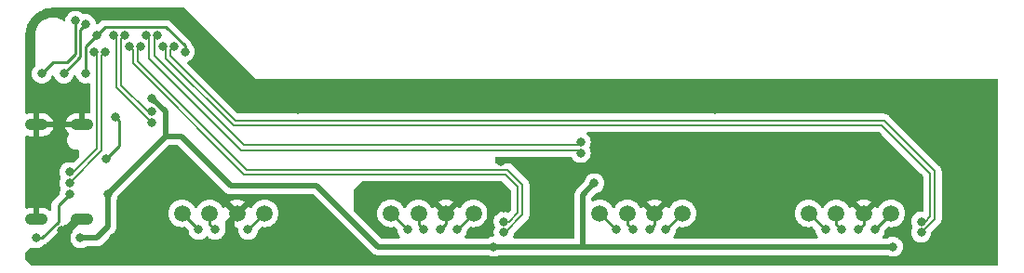
<source format=gbr>
G04 #@! TF.GenerationSoftware,KiCad,Pcbnew,(6.0.7)*
G04 #@! TF.CreationDate,2023-03-12T22:24:00+09:00*
G04 #@! TF.ProjectId,flowing_dongle,666c6f77-696e-4675-9f64-6f6e676c652e,rev?*
G04 #@! TF.SameCoordinates,Original*
G04 #@! TF.FileFunction,Copper,L2,Bot*
G04 #@! TF.FilePolarity,Positive*
%FSLAX46Y46*%
G04 Gerber Fmt 4.6, Leading zero omitted, Abs format (unit mm)*
G04 Created by KiCad (PCBNEW (6.0.7)) date 2023-03-12 22:24:00*
%MOMM*%
%LPD*%
G01*
G04 APERTURE LIST*
G04 #@! TA.AperFunction,ComponentPad*
%ADD10O,2.100000X1.050000*%
G04 #@! TD*
G04 #@! TA.AperFunction,SMDPad,CuDef*
%ADD11C,1.500000*%
G04 #@! TD*
G04 #@! TA.AperFunction,ViaPad*
%ADD12C,0.800000*%
G04 #@! TD*
G04 #@! TA.AperFunction,Conductor*
%ADD13C,0.500000*%
G04 #@! TD*
G04 #@! TA.AperFunction,Conductor*
%ADD14C,0.250000*%
G04 #@! TD*
G04 #@! TA.AperFunction,Conductor*
%ADD15C,0.800000*%
G04 #@! TD*
G04 #@! TA.AperFunction,Conductor*
%ADD16C,0.470000*%
G04 #@! TD*
G04 #@! TA.AperFunction,Conductor*
%ADD17C,0.200000*%
G04 #@! TD*
G04 APERTURE END LIST*
D10*
X101180000Y-89180000D03*
X101180000Y-97820000D03*
X97000000Y-89180000D03*
X97000000Y-97820000D03*
D11*
X153250000Y-97250000D03*
X172250000Y-97250000D03*
X167250000Y-97250000D03*
X148250000Y-97250000D03*
X136750000Y-97250000D03*
X110250000Y-97250000D03*
X174750000Y-97250000D03*
X131750000Y-97250000D03*
X169750000Y-97250000D03*
X112750000Y-97250000D03*
X150750000Y-97250000D03*
X117750000Y-97250000D03*
X155750000Y-97250000D03*
X134250000Y-97250000D03*
X129250000Y-97250000D03*
X115250000Y-97250000D03*
D12*
X174900000Y-100300000D03*
X101000000Y-99500000D03*
X103500000Y-95500000D03*
X147750000Y-94500000D03*
X107500000Y-86750000D03*
X138590000Y-100290000D03*
X126500000Y-96000000D03*
X184000000Y-93250000D03*
X174750000Y-99000000D03*
X98000000Y-101500000D03*
X160750000Y-85500000D03*
X104000000Y-99500000D03*
X97000000Y-90750000D03*
X97000000Y-96250000D03*
X184000000Y-85500000D03*
X99500000Y-79000000D03*
X158750000Y-87750000D03*
X99300000Y-88500000D03*
X100250000Y-92000000D03*
X158500000Y-101500000D03*
X164500000Y-99000000D03*
X177250000Y-94000000D03*
X145400000Y-93000000D03*
X111258549Y-79991451D03*
X171750000Y-98750000D03*
X179250000Y-101500000D03*
X117000000Y-85500000D03*
X173500000Y-90250000D03*
X139500000Y-85500000D03*
X152750000Y-98750000D03*
X129250000Y-99000000D03*
X120400000Y-99000000D03*
X136750000Y-99000000D03*
X109500000Y-91500000D03*
X177750000Y-91000000D03*
X107500000Y-99750000D03*
X107500000Y-96250000D03*
X149000000Y-91250000D03*
X139250000Y-92500000D03*
X167250000Y-99000000D03*
X111750000Y-84000000D03*
X122750000Y-85500000D03*
X145500000Y-96500000D03*
X120750000Y-87750000D03*
X162500000Y-101500000D03*
X139500000Y-96750000D03*
X145500000Y-101500000D03*
X115700000Y-87700000D03*
X124750000Y-101500000D03*
X143500000Y-85500000D03*
X114750000Y-98750000D03*
X141500000Y-101500000D03*
X164500000Y-85500000D03*
X126500000Y-85500000D03*
X133737701Y-98737701D03*
X181250000Y-85500000D03*
X177500000Y-85500000D03*
X96500000Y-83200000D03*
X99250000Y-98800000D03*
X184000000Y-101500000D03*
X156000000Y-99000000D03*
X99500000Y-84500000D03*
X101500000Y-80000000D03*
X101500000Y-84500000D03*
X102500000Y-81000000D03*
X110500000Y-82500000D03*
X100000000Y-94500000D03*
X103224003Y-82500000D03*
X103375500Y-92250000D03*
X104197640Y-88474376D03*
X97000000Y-99500000D03*
X100000000Y-95500000D03*
X100551789Y-79683930D03*
X97500000Y-84500000D03*
X107500000Y-89000000D03*
X104000000Y-81012299D03*
X107500000Y-88000000D03*
X105000000Y-81000000D03*
X139500000Y-98000000D03*
X105500000Y-82000000D03*
X106500000Y-82000000D03*
X139500000Y-99000000D03*
X107000000Y-81000000D03*
X146500000Y-91750000D03*
X108000000Y-81000000D03*
X146500000Y-90750000D03*
X108500000Y-82000000D03*
X177475000Y-98000000D03*
X177475000Y-99000000D03*
X109500000Y-82000000D03*
X116250000Y-98750000D03*
X113250000Y-98750000D03*
X111750000Y-98750000D03*
X135250000Y-98750000D03*
X132250000Y-98750000D03*
X130750000Y-98750000D03*
X154250000Y-98750000D03*
X151250000Y-98750000D03*
X149750000Y-98750000D03*
X173250000Y-98750000D03*
X170250000Y-98750000D03*
X168750000Y-98750000D03*
X100000000Y-93500000D03*
X102224500Y-82500000D03*
D13*
X138590000Y-100290000D02*
X146710000Y-100290000D01*
X147750000Y-94500000D02*
X146710000Y-95540000D01*
X122500000Y-94750000D02*
X128040000Y-100290000D01*
X103500000Y-95500000D02*
X103500000Y-98500000D01*
X103500000Y-98500000D02*
X102500000Y-99500000D01*
X108750000Y-90250000D02*
X110166727Y-90250000D01*
X114666727Y-94750000D02*
X122500000Y-94750000D01*
X110166727Y-90250000D02*
X114666727Y-94750000D01*
X108750000Y-88000000D02*
X108750000Y-90250000D01*
X108750000Y-90250000D02*
X103500000Y-95500000D01*
X107500000Y-86750000D02*
X108750000Y-88000000D01*
X146710000Y-95540000D02*
X146710000Y-100290000D01*
X102500000Y-99500000D02*
X101000000Y-99500000D01*
X128040000Y-100290000D02*
X138590000Y-100290000D01*
X174890000Y-100290000D02*
X146710000Y-100290000D01*
X174900000Y-100300000D02*
X174890000Y-100290000D01*
D14*
X172250000Y-97250000D02*
X172250000Y-98250000D01*
D15*
X99700000Y-98800000D02*
X99250000Y-98800000D01*
D14*
X134250000Y-98225402D02*
X134250000Y-97250000D01*
D15*
X100680000Y-97820000D02*
X99700000Y-98800000D01*
D14*
X153250000Y-97250000D02*
X153250000Y-98250000D01*
X133737701Y-98737701D02*
X134250000Y-98225402D01*
X114750000Y-97750000D02*
X115250000Y-97250000D01*
X153250000Y-98250000D02*
X152750000Y-98750000D01*
D16*
X114750000Y-98750000D02*
X114750000Y-97750000D01*
D14*
X172250000Y-98250000D02*
X171750000Y-98750000D01*
X101500000Y-80000000D02*
X101000000Y-80500000D01*
X101000000Y-80500000D02*
X101000000Y-83000000D01*
X101000000Y-83000000D02*
X99500000Y-84500000D01*
X103225000Y-80275000D02*
X102500000Y-81000000D01*
X110500000Y-82500000D02*
X110500000Y-81974695D01*
X101500000Y-82000000D02*
X101500000Y-84500000D01*
X102500000Y-81000000D02*
X101500000Y-82000000D01*
X110500000Y-81974695D02*
X108800305Y-80275000D01*
X108800305Y-80275000D02*
X103225000Y-80275000D01*
D17*
X102949252Y-91550748D02*
X102949252Y-82774751D01*
X102949252Y-82774751D02*
X103224003Y-82500000D01*
X100000000Y-94500000D02*
X102949252Y-91550748D01*
D14*
X103375500Y-92250000D02*
X104500000Y-91125500D01*
X104500000Y-88776736D02*
X104197640Y-88474376D01*
X104500000Y-91125500D02*
X104500000Y-88776736D01*
X99000000Y-98000000D02*
X97500000Y-99500000D01*
X100000000Y-95500000D02*
X99000000Y-96500000D01*
X99000000Y-96500000D02*
X99000000Y-98000000D01*
X97500000Y-99500000D02*
X97000000Y-99500000D01*
X100550000Y-82700000D02*
X99750000Y-83500000D01*
X98500000Y-83500000D02*
X97500000Y-84500000D01*
X100550000Y-79685719D02*
X100550000Y-82700000D01*
X100551789Y-79683930D02*
X100550000Y-79685719D01*
X99750000Y-83500000D02*
X98500000Y-83500000D01*
D17*
X104268850Y-81281149D02*
X104268850Y-85768850D01*
X104268850Y-85768850D02*
X107500000Y-89000000D01*
X104000000Y-81012299D02*
X104268850Y-81281149D01*
X105000000Y-81000000D02*
X104718851Y-81281149D01*
X107136397Y-88000000D02*
X107500000Y-88000000D01*
X104718851Y-81281149D02*
X104718851Y-85582454D01*
X104718851Y-85582454D02*
X107136397Y-88000000D01*
X140775000Y-94843200D02*
X139656800Y-93725000D01*
X139625000Y-98000000D02*
X139988603Y-98000000D01*
X139656800Y-93725000D02*
X115906800Y-93725000D01*
X105774999Y-83593199D02*
X105774999Y-82274999D01*
X139988603Y-98000000D02*
X140775000Y-97213601D01*
X140775000Y-97213601D02*
X140775000Y-94843200D01*
X105774999Y-82274999D02*
X105500000Y-82000000D01*
X115906800Y-93725000D02*
X105774999Y-83593199D01*
X116093200Y-93275000D02*
X106225001Y-83406801D01*
X139625000Y-99000000D02*
X141225000Y-97400001D01*
X106225001Y-83406801D02*
X106225001Y-82274999D01*
X106225001Y-82274999D02*
X106500000Y-82000000D01*
X141225000Y-94656800D02*
X139843200Y-93275000D01*
X141225000Y-97400001D02*
X141225000Y-94656800D01*
X139843200Y-93275000D02*
X116093200Y-93275000D01*
X107000000Y-81000000D02*
X107274999Y-81274999D01*
X115656800Y-91475000D02*
X146225001Y-91475001D01*
X146225001Y-91475001D02*
X146500000Y-91750000D01*
X107274999Y-81274999D02*
X107274999Y-83093199D01*
X107274999Y-83093199D02*
X115656800Y-91475000D01*
X108000000Y-81000000D02*
X107725001Y-81274999D01*
X146225001Y-91024999D02*
X146500000Y-90750000D01*
X107725001Y-81274999D02*
X107725001Y-82906801D01*
X115843200Y-91025000D02*
X146225001Y-91024999D01*
X107725001Y-82906801D02*
X115843200Y-91025000D01*
X108774999Y-82274999D02*
X108500000Y-82000000D01*
X108774999Y-83093199D02*
X108774999Y-82274999D01*
X177475000Y-98000000D02*
X177838603Y-98000000D01*
X178275000Y-93593200D02*
X173906800Y-89225000D01*
X178275000Y-97563603D02*
X178275000Y-93593200D01*
X114906800Y-89225000D02*
X108774999Y-83093199D01*
X177838603Y-98000000D02*
X178275000Y-97563603D01*
X173906800Y-89225000D02*
X114906800Y-89225000D01*
X178725000Y-97750000D02*
X178725000Y-93406800D01*
X178725000Y-93406800D02*
X174093200Y-88775000D01*
X115093200Y-88775000D02*
X109225001Y-82906801D01*
X109225001Y-82906801D02*
X109225001Y-82274999D01*
X109225001Y-82274999D02*
X109500000Y-82000000D01*
X174093200Y-88775000D02*
X115093200Y-88775000D01*
X177475000Y-99000000D02*
X178725000Y-97750000D01*
D14*
X117750000Y-97250000D02*
X116250000Y-98750000D01*
X112750000Y-97250000D02*
X112750000Y-98250000D01*
X112750000Y-98250000D02*
X113250000Y-98750000D01*
X110250000Y-97250000D02*
X111750000Y-98750000D01*
X135250000Y-98750000D02*
X136750000Y-97250000D01*
X131750000Y-98250000D02*
X131750000Y-97250000D01*
X132250000Y-98750000D02*
X131750000Y-98250000D01*
X130750000Y-98750000D02*
X129250000Y-97250000D01*
X155750000Y-97250000D02*
X154250000Y-98750000D01*
X150750000Y-98250000D02*
X151250000Y-98750000D01*
X150750000Y-97250000D02*
X150750000Y-98250000D01*
X148250000Y-97250000D02*
X149750000Y-98750000D01*
X174750000Y-97250000D02*
X173250000Y-98750000D01*
X169750000Y-97250000D02*
X169750000Y-98250000D01*
X169750000Y-98250000D02*
X170250000Y-98750000D01*
X167250000Y-97250000D02*
X168750000Y-98750000D01*
D17*
X102499251Y-91364352D02*
X102499251Y-89552475D01*
X102530000Y-88838274D02*
X102499251Y-88807525D01*
X102499251Y-88807525D02*
X102499251Y-82774751D01*
X100000000Y-93500000D02*
X100363603Y-93500000D01*
X102499251Y-89552475D02*
X102530000Y-89521726D01*
X102499251Y-82774751D02*
X102224500Y-82500000D01*
X102530000Y-89521726D02*
X102530000Y-88838274D01*
X100363603Y-93500000D02*
X102499251Y-91364352D01*
G04 #@! TA.AperFunction,Conductor*
G36*
X110524431Y-78528502D02*
G01*
X110545405Y-78545405D01*
X117000000Y-85000000D01*
X184365500Y-85000000D01*
X184433621Y-85020002D01*
X184480114Y-85073658D01*
X184491500Y-85126000D01*
X184491500Y-101874000D01*
X184471498Y-101942121D01*
X184417842Y-101988614D01*
X184365500Y-102000000D01*
X96552190Y-102000000D01*
X96484069Y-101979998D01*
X96463095Y-101963095D01*
X96045405Y-101545405D01*
X96011379Y-101483093D01*
X96008500Y-101456310D01*
X96008500Y-100843690D01*
X96028502Y-100775569D01*
X96045405Y-100754595D01*
X96363095Y-100436905D01*
X96425407Y-100402879D01*
X96452190Y-100400000D01*
X96851279Y-100400000D01*
X96877476Y-100402754D01*
X96898047Y-100407127D01*
X96898060Y-100407128D01*
X96904513Y-100408500D01*
X97095487Y-100408500D01*
X97101939Y-100407128D01*
X97101944Y-100407128D01*
X97188887Y-100388647D01*
X97282288Y-100368794D01*
X97288319Y-100366109D01*
X97450722Y-100293803D01*
X97450724Y-100293802D01*
X97456752Y-100291118D01*
X97462097Y-100287235D01*
X97605793Y-100182833D01*
X97611253Y-100178866D01*
X97649642Y-100136231D01*
X97696898Y-100103389D01*
X97699914Y-100102195D01*
X97711142Y-100098351D01*
X97721998Y-100095197D01*
X97753593Y-100086018D01*
X97760412Y-100081985D01*
X97760417Y-100081983D01*
X97771028Y-100075707D01*
X97788776Y-100067012D01*
X97807617Y-100059552D01*
X97843387Y-100033564D01*
X97853307Y-100027048D01*
X97884535Y-100008580D01*
X97884538Y-100008578D01*
X97891362Y-100004542D01*
X97905683Y-99990221D01*
X97920717Y-99977380D01*
X97930694Y-99970131D01*
X97937107Y-99965472D01*
X97965298Y-99931395D01*
X97973288Y-99922616D01*
X99392247Y-98503657D01*
X99400537Y-98496113D01*
X99407018Y-98492000D01*
X99453659Y-98442332D01*
X99456413Y-98439491D01*
X99476134Y-98419770D01*
X99478612Y-98416575D01*
X99486318Y-98407553D01*
X99511158Y-98381101D01*
X99516586Y-98375321D01*
X99522732Y-98364142D01*
X99526346Y-98357568D01*
X99537199Y-98341045D01*
X99538674Y-98339144D01*
X99549611Y-98325043D01*
X99551854Y-98326783D01*
X99593876Y-98287556D01*
X99663728Y-98274860D01*
X99729356Y-98301944D01*
X99762084Y-98341781D01*
X99783584Y-98382908D01*
X99790302Y-98393173D01*
X99909515Y-98541443D01*
X99918103Y-98550213D01*
X100063838Y-98672499D01*
X100073969Y-98679437D01*
X100230555Y-98765521D01*
X100280614Y-98815867D01*
X100295507Y-98885284D01*
X100270506Y-98951733D01*
X100266570Y-98956510D01*
X100265383Y-98958144D01*
X100260960Y-98963056D01*
X100165473Y-99128444D01*
X100106458Y-99310072D01*
X100105768Y-99316633D01*
X100105768Y-99316635D01*
X100087186Y-99493435D01*
X100086496Y-99500000D01*
X100087186Y-99506565D01*
X100103011Y-99657128D01*
X100106458Y-99689928D01*
X100165473Y-99871556D01*
X100168776Y-99877278D01*
X100168777Y-99877279D01*
X100186803Y-99908500D01*
X100260960Y-100036944D01*
X100265378Y-100041851D01*
X100265379Y-100041852D01*
X100356286Y-100142814D01*
X100388747Y-100178866D01*
X100441025Y-100216848D01*
X100537904Y-100287235D01*
X100543248Y-100291118D01*
X100549276Y-100293802D01*
X100549278Y-100293803D01*
X100711681Y-100366109D01*
X100717712Y-100368794D01*
X100811113Y-100388647D01*
X100898056Y-100407128D01*
X100898061Y-100407128D01*
X100904513Y-100408500D01*
X101095487Y-100408500D01*
X101101939Y-100407128D01*
X101101944Y-100407128D01*
X101188887Y-100388647D01*
X101282288Y-100368794D01*
X101288319Y-100366109D01*
X101450722Y-100293803D01*
X101450724Y-100293802D01*
X101456752Y-100291118D01*
X101462091Y-100287239D01*
X101462098Y-100287235D01*
X101468528Y-100282563D01*
X101542587Y-100258500D01*
X102432930Y-100258500D01*
X102451880Y-100259933D01*
X102466115Y-100262099D01*
X102466119Y-100262099D01*
X102473349Y-100263199D01*
X102480641Y-100262606D01*
X102480644Y-100262606D01*
X102526018Y-100258915D01*
X102536233Y-100258500D01*
X102544293Y-100258500D01*
X102557583Y-100256951D01*
X102572507Y-100255211D01*
X102576882Y-100254778D01*
X102642339Y-100249454D01*
X102642342Y-100249453D01*
X102649637Y-100248860D01*
X102656601Y-100246604D01*
X102662560Y-100245413D01*
X102668415Y-100244029D01*
X102675681Y-100243182D01*
X102744327Y-100218265D01*
X102748455Y-100216848D01*
X102810936Y-100196607D01*
X102810938Y-100196606D01*
X102817899Y-100194351D01*
X102824154Y-100190555D01*
X102829628Y-100188049D01*
X102835058Y-100185330D01*
X102841937Y-100182833D01*
X102902976Y-100142814D01*
X102906680Y-100140477D01*
X102969107Y-100102595D01*
X102977484Y-100095197D01*
X102977508Y-100095224D01*
X102980500Y-100092571D01*
X102983733Y-100089868D01*
X102989852Y-100085856D01*
X103043128Y-100029617D01*
X103045506Y-100027175D01*
X103988911Y-99083770D01*
X104003323Y-99071384D01*
X104014918Y-99062851D01*
X104014923Y-99062846D01*
X104020818Y-99058508D01*
X104025557Y-99052930D01*
X104025560Y-99052927D01*
X104055035Y-99018232D01*
X104061965Y-99010716D01*
X104067661Y-99005020D01*
X104069924Y-99002159D01*
X104069929Y-99002154D01*
X104085293Y-98982734D01*
X104088082Y-98979333D01*
X104130592Y-98929296D01*
X104130594Y-98929294D01*
X104135333Y-98923715D01*
X104138662Y-98917195D01*
X104142028Y-98912148D01*
X104145193Y-98907024D01*
X104149735Y-98901283D01*
X104157213Y-98885284D01*
X104180634Y-98835170D01*
X104182565Y-98831218D01*
X104212442Y-98772708D01*
X104212443Y-98772706D01*
X104215769Y-98766192D01*
X104217508Y-98759086D01*
X104219609Y-98753436D01*
X104221524Y-98747679D01*
X104224622Y-98741050D01*
X104239491Y-98669565D01*
X104240461Y-98665282D01*
X104249564Y-98628081D01*
X104257808Y-98594390D01*
X104258500Y-98583236D01*
X104258535Y-98583238D01*
X104258775Y-98579266D01*
X104259152Y-98575045D01*
X104260641Y-98567885D01*
X104258546Y-98490458D01*
X104258500Y-98487050D01*
X104258500Y-97250000D01*
X108986693Y-97250000D01*
X109005885Y-97469371D01*
X109062880Y-97682076D01*
X109098372Y-97758189D01*
X109153618Y-97876666D01*
X109153621Y-97876671D01*
X109155944Y-97881653D01*
X109159100Y-97886160D01*
X109159101Y-97886162D01*
X109278637Y-98056876D01*
X109282251Y-98062038D01*
X109437962Y-98217749D01*
X109442471Y-98220906D01*
X109442473Y-98220908D01*
X109468500Y-98239132D01*
X109618346Y-98344056D01*
X109817924Y-98437120D01*
X110030629Y-98494115D01*
X110250000Y-98513307D01*
X110469371Y-98494115D01*
X110474681Y-98492692D01*
X110474688Y-98492691D01*
X110500719Y-98485716D01*
X110571696Y-98487406D01*
X110622424Y-98518328D01*
X110802878Y-98698782D01*
X110836904Y-98761094D01*
X110839093Y-98774707D01*
X110855341Y-98929296D01*
X110856458Y-98939928D01*
X110915473Y-99121556D01*
X111010960Y-99286944D01*
X111015378Y-99291851D01*
X111015379Y-99291852D01*
X111131850Y-99421206D01*
X111138747Y-99428866D01*
X111178629Y-99457842D01*
X111264339Y-99520114D01*
X111293248Y-99541118D01*
X111299276Y-99543802D01*
X111299278Y-99543803D01*
X111461681Y-99616109D01*
X111467712Y-99618794D01*
X111561112Y-99638647D01*
X111648056Y-99657128D01*
X111648061Y-99657128D01*
X111654513Y-99658500D01*
X111845487Y-99658500D01*
X111851939Y-99657128D01*
X111851944Y-99657128D01*
X111938888Y-99638647D01*
X112032288Y-99618794D01*
X112038319Y-99616109D01*
X112200722Y-99543803D01*
X112200724Y-99543802D01*
X112206752Y-99541118D01*
X112235662Y-99520114D01*
X112321371Y-99457842D01*
X112361253Y-99428866D01*
X112369386Y-99419834D01*
X112406364Y-99378765D01*
X112466810Y-99341525D01*
X112537793Y-99342877D01*
X112593636Y-99378765D01*
X112630615Y-99419834D01*
X112638747Y-99428866D01*
X112678629Y-99457842D01*
X112764339Y-99520114D01*
X112793248Y-99541118D01*
X112799276Y-99543802D01*
X112799278Y-99543803D01*
X112961681Y-99616109D01*
X112967712Y-99618794D01*
X113061112Y-99638647D01*
X113148056Y-99657128D01*
X113148061Y-99657128D01*
X113154513Y-99658500D01*
X113345487Y-99658500D01*
X113351939Y-99657128D01*
X113351944Y-99657128D01*
X113438888Y-99638647D01*
X113532288Y-99618794D01*
X113538319Y-99616109D01*
X113700722Y-99543803D01*
X113700724Y-99543802D01*
X113706752Y-99541118D01*
X113735662Y-99520114D01*
X113821371Y-99457842D01*
X113861253Y-99428866D01*
X113868150Y-99421206D01*
X113984621Y-99291852D01*
X113984622Y-99291851D01*
X113989040Y-99286944D01*
X114084527Y-99121556D01*
X114143542Y-98939928D01*
X114144660Y-98929296D01*
X114162814Y-98756565D01*
X114163504Y-98750000D01*
X114150690Y-98628081D01*
X114150000Y-98614911D01*
X114150000Y-98300161D01*
X114564394Y-98300161D01*
X114573690Y-98312176D01*
X114614088Y-98340464D01*
X114623584Y-98345947D01*
X114813113Y-98434326D01*
X114823405Y-98438072D01*
X115025401Y-98492196D01*
X115036196Y-98494099D01*
X115232680Y-98511290D01*
X115298798Y-98537154D01*
X115340438Y-98594657D01*
X115347008Y-98649981D01*
X115343912Y-98679437D01*
X115336496Y-98750000D01*
X115337186Y-98756565D01*
X115355341Y-98929296D01*
X115356458Y-98939928D01*
X115415473Y-99121556D01*
X115510960Y-99286944D01*
X115515378Y-99291851D01*
X115515379Y-99291852D01*
X115631850Y-99421206D01*
X115638747Y-99428866D01*
X115678629Y-99457842D01*
X115764339Y-99520114D01*
X115793248Y-99541118D01*
X115799276Y-99543802D01*
X115799278Y-99543803D01*
X115961681Y-99616109D01*
X115967712Y-99618794D01*
X116061112Y-99638647D01*
X116148056Y-99657128D01*
X116148061Y-99657128D01*
X116154513Y-99658500D01*
X116345487Y-99658500D01*
X116351939Y-99657128D01*
X116351944Y-99657128D01*
X116438888Y-99638647D01*
X116532288Y-99618794D01*
X116538319Y-99616109D01*
X116700722Y-99543803D01*
X116700724Y-99543802D01*
X116706752Y-99541118D01*
X116735662Y-99520114D01*
X116821371Y-99457842D01*
X116861253Y-99428866D01*
X116868150Y-99421206D01*
X116984621Y-99291852D01*
X116984622Y-99291851D01*
X116989040Y-99286944D01*
X117084527Y-99121556D01*
X117143542Y-98939928D01*
X117144660Y-98929296D01*
X117160907Y-98774707D01*
X117187920Y-98709050D01*
X117197122Y-98698782D01*
X117377576Y-98518328D01*
X117439888Y-98484302D01*
X117499281Y-98485716D01*
X117525312Y-98492691D01*
X117525319Y-98492692D01*
X117530629Y-98494115D01*
X117750000Y-98513307D01*
X117969371Y-98494115D01*
X118182076Y-98437120D01*
X118381654Y-98344056D01*
X118531500Y-98239132D01*
X118557527Y-98220908D01*
X118557529Y-98220906D01*
X118562038Y-98217749D01*
X118717749Y-98062038D01*
X118721364Y-98056876D01*
X118840899Y-97886162D01*
X118840900Y-97886160D01*
X118844056Y-97881653D01*
X118846379Y-97876671D01*
X118846382Y-97876666D01*
X118901628Y-97758189D01*
X118937120Y-97682076D01*
X118994115Y-97469371D01*
X119013307Y-97250000D01*
X118994115Y-97030629D01*
X118937120Y-96817924D01*
X118880091Y-96695625D01*
X118846382Y-96623334D01*
X118846379Y-96623329D01*
X118844056Y-96618347D01*
X118812786Y-96573689D01*
X118720908Y-96442473D01*
X118720906Y-96442470D01*
X118717749Y-96437962D01*
X118562038Y-96282251D01*
X118537316Y-96264940D01*
X118482759Y-96226739D01*
X118381654Y-96155944D01*
X118182076Y-96062880D01*
X117969371Y-96005885D01*
X117750000Y-95986693D01*
X117530629Y-96005885D01*
X117317924Y-96062880D01*
X117254513Y-96092449D01*
X117123334Y-96153618D01*
X117123329Y-96153621D01*
X117118347Y-96155944D01*
X117113840Y-96159100D01*
X117113838Y-96159101D01*
X116942473Y-96279092D01*
X116942470Y-96279094D01*
X116937962Y-96282251D01*
X116782251Y-96437962D01*
X116779094Y-96442470D01*
X116779092Y-96442473D01*
X116687214Y-96573689D01*
X116655944Y-96618347D01*
X116653621Y-96623329D01*
X116653618Y-96623334D01*
X116613919Y-96708470D01*
X116567002Y-96761755D01*
X116498724Y-96781216D01*
X116430765Y-96760674D01*
X116385529Y-96708470D01*
X116345946Y-96623583D01*
X116340466Y-96614093D01*
X116311589Y-96572851D01*
X116301114Y-96564477D01*
X116287665Y-96571546D01*
X115250000Y-97609210D01*
X114570822Y-98288389D01*
X114564394Y-98300161D01*
X114150000Y-98300161D01*
X114150000Y-98037337D01*
X114170002Y-97969216D01*
X114199238Y-97942425D01*
X114198801Y-97941988D01*
X114877979Y-97262811D01*
X114885592Y-97248868D01*
X114885461Y-97247034D01*
X114881210Y-97240420D01*
X114211609Y-96570820D01*
X114199839Y-96564393D01*
X114187824Y-96573689D01*
X114159534Y-96614093D01*
X114154054Y-96623583D01*
X114114471Y-96708470D01*
X114067554Y-96761755D01*
X113999276Y-96781216D01*
X113931316Y-96760674D01*
X113886081Y-96708470D01*
X113846382Y-96623334D01*
X113846379Y-96623329D01*
X113844056Y-96618347D01*
X113812786Y-96573689D01*
X113720908Y-96442473D01*
X113720906Y-96442470D01*
X113717749Y-96437962D01*
X113562038Y-96282251D01*
X113537316Y-96264940D01*
X113482759Y-96226739D01*
X113442983Y-96198887D01*
X114564477Y-96198887D01*
X114571545Y-96212334D01*
X115237189Y-96877979D01*
X115251132Y-96885592D01*
X115252966Y-96885461D01*
X115259580Y-96881210D01*
X115929180Y-96211609D01*
X115935607Y-96199839D01*
X115926313Y-96187825D01*
X115885912Y-96159536D01*
X115876416Y-96154053D01*
X115686887Y-96065674D01*
X115676595Y-96061928D01*
X115474599Y-96007804D01*
X115463804Y-96005901D01*
X115255475Y-95987674D01*
X115244525Y-95987674D01*
X115036196Y-96005901D01*
X115025401Y-96007804D01*
X114823405Y-96061928D01*
X114813113Y-96065674D01*
X114623583Y-96154054D01*
X114614093Y-96159534D01*
X114572851Y-96188411D01*
X114564477Y-96198887D01*
X113442983Y-96198887D01*
X113381654Y-96155944D01*
X113182076Y-96062880D01*
X112969371Y-96005885D01*
X112750000Y-95986693D01*
X112530629Y-96005885D01*
X112317924Y-96062880D01*
X112254513Y-96092449D01*
X112123334Y-96153618D01*
X112123329Y-96153621D01*
X112118347Y-96155944D01*
X112113840Y-96159100D01*
X112113838Y-96159101D01*
X111942473Y-96279092D01*
X111942470Y-96279094D01*
X111937962Y-96282251D01*
X111782251Y-96437962D01*
X111779094Y-96442470D01*
X111779092Y-96442473D01*
X111687214Y-96573689D01*
X111655944Y-96618347D01*
X111653621Y-96623329D01*
X111653618Y-96623334D01*
X111614195Y-96707878D01*
X111567278Y-96761163D01*
X111499000Y-96780624D01*
X111431040Y-96760082D01*
X111385805Y-96707878D01*
X111346382Y-96623334D01*
X111346379Y-96623329D01*
X111344056Y-96618347D01*
X111312786Y-96573689D01*
X111220908Y-96442473D01*
X111220906Y-96442470D01*
X111217749Y-96437962D01*
X111062038Y-96282251D01*
X111037316Y-96264940D01*
X110982759Y-96226739D01*
X110881654Y-96155944D01*
X110682076Y-96062880D01*
X110469371Y-96005885D01*
X110250000Y-95986693D01*
X110030629Y-96005885D01*
X109817924Y-96062880D01*
X109754513Y-96092449D01*
X109623334Y-96153618D01*
X109623329Y-96153621D01*
X109618347Y-96155944D01*
X109613840Y-96159100D01*
X109613838Y-96159101D01*
X109442473Y-96279092D01*
X109442470Y-96279094D01*
X109437962Y-96282251D01*
X109282251Y-96437962D01*
X109279094Y-96442470D01*
X109279092Y-96442473D01*
X109187214Y-96573689D01*
X109155944Y-96618347D01*
X109153621Y-96623329D01*
X109153618Y-96623334D01*
X109119909Y-96695625D01*
X109062880Y-96817924D01*
X109005885Y-97030629D01*
X108986693Y-97250000D01*
X104258500Y-97250000D01*
X104258500Y-96036999D01*
X104275381Y-95973999D01*
X104331223Y-95877279D01*
X104331224Y-95877278D01*
X104334527Y-95871556D01*
X104389387Y-95702714D01*
X104420125Y-95652556D01*
X109027276Y-91045405D01*
X109089588Y-91011379D01*
X109116371Y-91008500D01*
X109800356Y-91008500D01*
X109868477Y-91028502D01*
X109889451Y-91045405D01*
X114082957Y-95238911D01*
X114095343Y-95253323D01*
X114103876Y-95264918D01*
X114103881Y-95264923D01*
X114108219Y-95270818D01*
X114113797Y-95275557D01*
X114113800Y-95275560D01*
X114148495Y-95305035D01*
X114156011Y-95311965D01*
X114161706Y-95317660D01*
X114164588Y-95319940D01*
X114183978Y-95335281D01*
X114187382Y-95338072D01*
X114230497Y-95374701D01*
X114243012Y-95385333D01*
X114249528Y-95388661D01*
X114254577Y-95392028D01*
X114259706Y-95395195D01*
X114265443Y-95399734D01*
X114331602Y-95430655D01*
X114335496Y-95432558D01*
X114400535Y-95465769D01*
X114407643Y-95467508D01*
X114413286Y-95469607D01*
X114419049Y-95471524D01*
X114425677Y-95474622D01*
X114432839Y-95476112D01*
X114432840Y-95476112D01*
X114497139Y-95489486D01*
X114501423Y-95490456D01*
X114572337Y-95507808D01*
X114577939Y-95508156D01*
X114577942Y-95508156D01*
X114583491Y-95508500D01*
X114583489Y-95508536D01*
X114587482Y-95508775D01*
X114591674Y-95509149D01*
X114598842Y-95510640D01*
X114676247Y-95508546D01*
X114679655Y-95508500D01*
X122133629Y-95508500D01*
X122201750Y-95528502D01*
X122222724Y-95545405D01*
X127456230Y-100778911D01*
X127468616Y-100793323D01*
X127477149Y-100804918D01*
X127477154Y-100804923D01*
X127481492Y-100810818D01*
X127487070Y-100815557D01*
X127487073Y-100815560D01*
X127521768Y-100845035D01*
X127529284Y-100851965D01*
X127534979Y-100857660D01*
X127537861Y-100859940D01*
X127557251Y-100875281D01*
X127560655Y-100878072D01*
X127610703Y-100920591D01*
X127616285Y-100925333D01*
X127622801Y-100928661D01*
X127627850Y-100932028D01*
X127632979Y-100935195D01*
X127638716Y-100939734D01*
X127704875Y-100970655D01*
X127708769Y-100972558D01*
X127773808Y-101005769D01*
X127780916Y-101007508D01*
X127786559Y-101009607D01*
X127792322Y-101011524D01*
X127798950Y-101014622D01*
X127806112Y-101016112D01*
X127806113Y-101016112D01*
X127870412Y-101029486D01*
X127874696Y-101030456D01*
X127945610Y-101047808D01*
X127951212Y-101048156D01*
X127951215Y-101048156D01*
X127956764Y-101048500D01*
X127956762Y-101048536D01*
X127960755Y-101048775D01*
X127964947Y-101049149D01*
X127972115Y-101050640D01*
X128041056Y-101048775D01*
X128049521Y-101048546D01*
X128052928Y-101048500D01*
X138047413Y-101048500D01*
X138121472Y-101072563D01*
X138127902Y-101077235D01*
X138127909Y-101077239D01*
X138133248Y-101081118D01*
X138139276Y-101083802D01*
X138139278Y-101083803D01*
X138146998Y-101087240D01*
X138307712Y-101158794D01*
X138401113Y-101178647D01*
X138488056Y-101197128D01*
X138488061Y-101197128D01*
X138494513Y-101198500D01*
X138685487Y-101198500D01*
X138691939Y-101197128D01*
X138691944Y-101197128D01*
X138778888Y-101178647D01*
X138872288Y-101158794D01*
X139033002Y-101087240D01*
X139040722Y-101083803D01*
X139040724Y-101083802D01*
X139046752Y-101081118D01*
X139052091Y-101077239D01*
X139052098Y-101077235D01*
X139058528Y-101072563D01*
X139132587Y-101048500D01*
X146682165Y-101048500D01*
X146689966Y-101048742D01*
X146751298Y-101052547D01*
X146764260Y-101050320D01*
X146785596Y-101048500D01*
X174343650Y-101048500D01*
X174411771Y-101068502D01*
X174417693Y-101072551D01*
X174443248Y-101091118D01*
X174449276Y-101093802D01*
X174449278Y-101093803D01*
X174598333Y-101160166D01*
X174617712Y-101168794D01*
X174711113Y-101188647D01*
X174798056Y-101207128D01*
X174798061Y-101207128D01*
X174804513Y-101208500D01*
X174995487Y-101208500D01*
X175001939Y-101207128D01*
X175001944Y-101207128D01*
X175088888Y-101188647D01*
X175182288Y-101168794D01*
X175201667Y-101160166D01*
X175350722Y-101093803D01*
X175350724Y-101093802D01*
X175356752Y-101091118D01*
X175511253Y-100978866D01*
X175604521Y-100875281D01*
X175634621Y-100841852D01*
X175634622Y-100841851D01*
X175639040Y-100836944D01*
X175734527Y-100671556D01*
X175793542Y-100489928D01*
X175813504Y-100300000D01*
X175809574Y-100262606D01*
X175794232Y-100116635D01*
X175794232Y-100116633D01*
X175793542Y-100110072D01*
X175734527Y-99928444D01*
X175639040Y-99763056D01*
X175544898Y-99658500D01*
X175515675Y-99626045D01*
X175515674Y-99626044D01*
X175511253Y-99621134D01*
X175387506Y-99531226D01*
X175362094Y-99512763D01*
X175362093Y-99512762D01*
X175356752Y-99508882D01*
X175350724Y-99506198D01*
X175350722Y-99506197D01*
X175188319Y-99433891D01*
X175188318Y-99433891D01*
X175182288Y-99431206D01*
X175088887Y-99411353D01*
X175001944Y-99392872D01*
X175001939Y-99392872D01*
X174995487Y-99391500D01*
X174804513Y-99391500D01*
X174798061Y-99392872D01*
X174798056Y-99392872D01*
X174711113Y-99411353D01*
X174617712Y-99431206D01*
X174443248Y-99508882D01*
X174437905Y-99512764D01*
X174434692Y-99514619D01*
X174371691Y-99531500D01*
X174051841Y-99531500D01*
X173983720Y-99511498D01*
X173937227Y-99457842D01*
X173927123Y-99387568D01*
X173958203Y-99321192D01*
X173989040Y-99286944D01*
X174084527Y-99121556D01*
X174143542Y-98939928D01*
X174144660Y-98929296D01*
X174160907Y-98774707D01*
X174187920Y-98709050D01*
X174197122Y-98698782D01*
X174377576Y-98518328D01*
X174439888Y-98484302D01*
X174499281Y-98485716D01*
X174525312Y-98492691D01*
X174525319Y-98492692D01*
X174530629Y-98494115D01*
X174750000Y-98513307D01*
X174969371Y-98494115D01*
X175182076Y-98437120D01*
X175381654Y-98344056D01*
X175531500Y-98239132D01*
X175557527Y-98220908D01*
X175557529Y-98220906D01*
X175562038Y-98217749D01*
X175717749Y-98062038D01*
X175721364Y-98056876D01*
X175840899Y-97886162D01*
X175840900Y-97886160D01*
X175844056Y-97881653D01*
X175846379Y-97876671D01*
X175846382Y-97876666D01*
X175901628Y-97758189D01*
X175937120Y-97682076D01*
X175994115Y-97469371D01*
X176013307Y-97250000D01*
X175994115Y-97030629D01*
X175937120Y-96817924D01*
X175880091Y-96695625D01*
X175846382Y-96623334D01*
X175846379Y-96623329D01*
X175844056Y-96618347D01*
X175812786Y-96573689D01*
X175720908Y-96442473D01*
X175720906Y-96442470D01*
X175717749Y-96437962D01*
X175562038Y-96282251D01*
X175537316Y-96264940D01*
X175482759Y-96226739D01*
X175381654Y-96155944D01*
X175182076Y-96062880D01*
X174969371Y-96005885D01*
X174750000Y-95986693D01*
X174530629Y-96005885D01*
X174317924Y-96062880D01*
X174254513Y-96092449D01*
X174123334Y-96153618D01*
X174123329Y-96153621D01*
X174118347Y-96155944D01*
X174113840Y-96159100D01*
X174113838Y-96159101D01*
X173942473Y-96279092D01*
X173942470Y-96279094D01*
X173937962Y-96282251D01*
X173782251Y-96437962D01*
X173779094Y-96442470D01*
X173779092Y-96442473D01*
X173687214Y-96573689D01*
X173655944Y-96618347D01*
X173653621Y-96623329D01*
X173653618Y-96623334D01*
X173613919Y-96708470D01*
X173567002Y-96761755D01*
X173498724Y-96781216D01*
X173430765Y-96760674D01*
X173385529Y-96708470D01*
X173345946Y-96623583D01*
X173340466Y-96614093D01*
X173311589Y-96572851D01*
X173301113Y-96564477D01*
X173287666Y-96571545D01*
X172609210Y-97250000D01*
X172339095Y-97520116D01*
X172276783Y-97554141D01*
X172205967Y-97549076D01*
X172160905Y-97520115D01*
X171890790Y-97250000D01*
X171211613Y-96570824D01*
X171199839Y-96564394D01*
X171187824Y-96573690D01*
X171159534Y-96614093D01*
X171154054Y-96623583D01*
X171114471Y-96708470D01*
X171067554Y-96761755D01*
X170999276Y-96781216D01*
X170931316Y-96760674D01*
X170886081Y-96708470D01*
X170846382Y-96623334D01*
X170846379Y-96623329D01*
X170844056Y-96618347D01*
X170812786Y-96573689D01*
X170720908Y-96442473D01*
X170720906Y-96442470D01*
X170717749Y-96437962D01*
X170562038Y-96282251D01*
X170537316Y-96264940D01*
X170482759Y-96226739D01*
X170442983Y-96198887D01*
X171564477Y-96198887D01*
X171571545Y-96212334D01*
X172237189Y-96877979D01*
X172251132Y-96885592D01*
X172252966Y-96885461D01*
X172259580Y-96881210D01*
X172929180Y-96211609D01*
X172935607Y-96199839D01*
X172926313Y-96187825D01*
X172885912Y-96159536D01*
X172876416Y-96154053D01*
X172686887Y-96065674D01*
X172676595Y-96061928D01*
X172474599Y-96007804D01*
X172463804Y-96005901D01*
X172255475Y-95987674D01*
X172244525Y-95987674D01*
X172036196Y-96005901D01*
X172025401Y-96007804D01*
X171823405Y-96061928D01*
X171813113Y-96065674D01*
X171623583Y-96154054D01*
X171614093Y-96159534D01*
X171572851Y-96188411D01*
X171564477Y-96198887D01*
X170442983Y-96198887D01*
X170381654Y-96155944D01*
X170182076Y-96062880D01*
X169969371Y-96005885D01*
X169750000Y-95986693D01*
X169530629Y-96005885D01*
X169317924Y-96062880D01*
X169254513Y-96092449D01*
X169123334Y-96153618D01*
X169123329Y-96153621D01*
X169118347Y-96155944D01*
X169113840Y-96159100D01*
X169113838Y-96159101D01*
X168942473Y-96279092D01*
X168942470Y-96279094D01*
X168937962Y-96282251D01*
X168782251Y-96437962D01*
X168779094Y-96442470D01*
X168779092Y-96442473D01*
X168687214Y-96573689D01*
X168655944Y-96618347D01*
X168653621Y-96623329D01*
X168653618Y-96623334D01*
X168614195Y-96707878D01*
X168567278Y-96761163D01*
X168499000Y-96780624D01*
X168431040Y-96760082D01*
X168385805Y-96707878D01*
X168346382Y-96623334D01*
X168346379Y-96623329D01*
X168344056Y-96618347D01*
X168312786Y-96573689D01*
X168220908Y-96442473D01*
X168220906Y-96442470D01*
X168217749Y-96437962D01*
X168062038Y-96282251D01*
X168037316Y-96264940D01*
X167982759Y-96226739D01*
X167881654Y-96155944D01*
X167682076Y-96062880D01*
X167469371Y-96005885D01*
X167250000Y-95986693D01*
X167030629Y-96005885D01*
X166817924Y-96062880D01*
X166754513Y-96092449D01*
X166623334Y-96153618D01*
X166623329Y-96153621D01*
X166618347Y-96155944D01*
X166613840Y-96159100D01*
X166613838Y-96159101D01*
X166442473Y-96279092D01*
X166442470Y-96279094D01*
X166437962Y-96282251D01*
X166282251Y-96437962D01*
X166279094Y-96442470D01*
X166279092Y-96442473D01*
X166187214Y-96573689D01*
X166155944Y-96618347D01*
X166153621Y-96623329D01*
X166153618Y-96623334D01*
X166119909Y-96695625D01*
X166062880Y-96817924D01*
X166005885Y-97030629D01*
X165986693Y-97250000D01*
X166005885Y-97469371D01*
X166062880Y-97682076D01*
X166098372Y-97758189D01*
X166153618Y-97876666D01*
X166153621Y-97876671D01*
X166155944Y-97881653D01*
X166159100Y-97886160D01*
X166159101Y-97886162D01*
X166278637Y-98056876D01*
X166282251Y-98062038D01*
X166437962Y-98217749D01*
X166442471Y-98220906D01*
X166442473Y-98220908D01*
X166468500Y-98239132D01*
X166618346Y-98344056D01*
X166817924Y-98437120D01*
X167030629Y-98494115D01*
X167250000Y-98513307D01*
X167469371Y-98494115D01*
X167474681Y-98492692D01*
X167474688Y-98492691D01*
X167500719Y-98485716D01*
X167571696Y-98487406D01*
X167622424Y-98518328D01*
X167802878Y-98698782D01*
X167836904Y-98761094D01*
X167839093Y-98774707D01*
X167855341Y-98929296D01*
X167856458Y-98939928D01*
X167915473Y-99121556D01*
X168010960Y-99286944D01*
X168041797Y-99321192D01*
X168072513Y-99385198D01*
X168063748Y-99455651D01*
X168018285Y-99510182D01*
X167948159Y-99531500D01*
X155051841Y-99531500D01*
X154983720Y-99511498D01*
X154937227Y-99457842D01*
X154927123Y-99387568D01*
X154958203Y-99321192D01*
X154989040Y-99286944D01*
X155084527Y-99121556D01*
X155143542Y-98939928D01*
X155144660Y-98929296D01*
X155160907Y-98774707D01*
X155187920Y-98709050D01*
X155197122Y-98698782D01*
X155377576Y-98518328D01*
X155439888Y-98484302D01*
X155499281Y-98485716D01*
X155525312Y-98492691D01*
X155525319Y-98492692D01*
X155530629Y-98494115D01*
X155750000Y-98513307D01*
X155969371Y-98494115D01*
X156182076Y-98437120D01*
X156381654Y-98344056D01*
X156531500Y-98239132D01*
X156557527Y-98220908D01*
X156557529Y-98220906D01*
X156562038Y-98217749D01*
X156717749Y-98062038D01*
X156721364Y-98056876D01*
X156840899Y-97886162D01*
X156840900Y-97886160D01*
X156844056Y-97881653D01*
X156846379Y-97876671D01*
X156846382Y-97876666D01*
X156901628Y-97758189D01*
X156937120Y-97682076D01*
X156994115Y-97469371D01*
X157013307Y-97250000D01*
X156994115Y-97030629D01*
X156937120Y-96817924D01*
X156880091Y-96695625D01*
X156846382Y-96623334D01*
X156846379Y-96623329D01*
X156844056Y-96618347D01*
X156812786Y-96573689D01*
X156720908Y-96442473D01*
X156720906Y-96442470D01*
X156717749Y-96437962D01*
X156562038Y-96282251D01*
X156537316Y-96264940D01*
X156482759Y-96226739D01*
X156381654Y-96155944D01*
X156182076Y-96062880D01*
X155969371Y-96005885D01*
X155750000Y-95986693D01*
X155530629Y-96005885D01*
X155317924Y-96062880D01*
X155254513Y-96092449D01*
X155123334Y-96153618D01*
X155123329Y-96153621D01*
X155118347Y-96155944D01*
X155113840Y-96159100D01*
X155113838Y-96159101D01*
X154942473Y-96279092D01*
X154942470Y-96279094D01*
X154937962Y-96282251D01*
X154782251Y-96437962D01*
X154779094Y-96442470D01*
X154779092Y-96442473D01*
X154687214Y-96573689D01*
X154655944Y-96618347D01*
X154653621Y-96623329D01*
X154653618Y-96623334D01*
X154613919Y-96708470D01*
X154567002Y-96761755D01*
X154498724Y-96781216D01*
X154430765Y-96760674D01*
X154385529Y-96708470D01*
X154345946Y-96623583D01*
X154340466Y-96614093D01*
X154311589Y-96572851D01*
X154301113Y-96564477D01*
X154287666Y-96571545D01*
X153635059Y-97224151D01*
X153572747Y-97258176D01*
X153548484Y-97261030D01*
X153236573Y-97267269D01*
X152968162Y-97272637D01*
X152899656Y-97254001D01*
X152876548Y-97235758D01*
X152211609Y-96570820D01*
X152199839Y-96564393D01*
X152187824Y-96573689D01*
X152159534Y-96614093D01*
X152154054Y-96623583D01*
X152114471Y-96708470D01*
X152067554Y-96761755D01*
X151999276Y-96781216D01*
X151931316Y-96760674D01*
X151886081Y-96708470D01*
X151846382Y-96623334D01*
X151846379Y-96623329D01*
X151844056Y-96618347D01*
X151812786Y-96573689D01*
X151720908Y-96442473D01*
X151720906Y-96442470D01*
X151717749Y-96437962D01*
X151562038Y-96282251D01*
X151537316Y-96264940D01*
X151482759Y-96226739D01*
X151442983Y-96198887D01*
X152564477Y-96198887D01*
X152571545Y-96212334D01*
X153237189Y-96877979D01*
X153251132Y-96885592D01*
X153252966Y-96885461D01*
X153259580Y-96881210D01*
X153929180Y-96211609D01*
X153935607Y-96199839D01*
X153926313Y-96187825D01*
X153885912Y-96159536D01*
X153876416Y-96154053D01*
X153686887Y-96065674D01*
X153676595Y-96061928D01*
X153474599Y-96007804D01*
X153463804Y-96005901D01*
X153255475Y-95987674D01*
X153244525Y-95987674D01*
X153036196Y-96005901D01*
X153025401Y-96007804D01*
X152823405Y-96061928D01*
X152813113Y-96065674D01*
X152623583Y-96154054D01*
X152614093Y-96159534D01*
X152572851Y-96188411D01*
X152564477Y-96198887D01*
X151442983Y-96198887D01*
X151381654Y-96155944D01*
X151182076Y-96062880D01*
X150969371Y-96005885D01*
X150750000Y-95986693D01*
X150530629Y-96005885D01*
X150317924Y-96062880D01*
X150254513Y-96092449D01*
X150123334Y-96153618D01*
X150123329Y-96153621D01*
X150118347Y-96155944D01*
X150113840Y-96159100D01*
X150113838Y-96159101D01*
X149942473Y-96279092D01*
X149942470Y-96279094D01*
X149937962Y-96282251D01*
X149782251Y-96437962D01*
X149779094Y-96442470D01*
X149779092Y-96442473D01*
X149687214Y-96573689D01*
X149655944Y-96618347D01*
X149653621Y-96623329D01*
X149653618Y-96623334D01*
X149614195Y-96707878D01*
X149567278Y-96761163D01*
X149499000Y-96780624D01*
X149431040Y-96760082D01*
X149385805Y-96707878D01*
X149346382Y-96623334D01*
X149346379Y-96623329D01*
X149344056Y-96618347D01*
X149312786Y-96573689D01*
X149220908Y-96442473D01*
X149220906Y-96442470D01*
X149217749Y-96437962D01*
X149062038Y-96282251D01*
X149037316Y-96264940D01*
X148982759Y-96226739D01*
X148881654Y-96155944D01*
X148682076Y-96062880D01*
X148469371Y-96005885D01*
X148250000Y-95986693D01*
X148030629Y-96005885D01*
X147817924Y-96062880D01*
X147754513Y-96092449D01*
X147647750Y-96142233D01*
X147577558Y-96152894D01*
X147512745Y-96123914D01*
X147473889Y-96064494D01*
X147468500Y-96028038D01*
X147468500Y-95906371D01*
X147488502Y-95838250D01*
X147505405Y-95817276D01*
X147906331Y-95416350D01*
X147969228Y-95382199D01*
X148025824Y-95370169D01*
X148025833Y-95370166D01*
X148032288Y-95368794D01*
X148038319Y-95366109D01*
X148200722Y-95293803D01*
X148200724Y-95293802D01*
X148206752Y-95291118D01*
X148212667Y-95286821D01*
X148320087Y-95208775D01*
X148361253Y-95178866D01*
X148411806Y-95122721D01*
X148484621Y-95041852D01*
X148484622Y-95041851D01*
X148489040Y-95036944D01*
X148584527Y-94871556D01*
X148643542Y-94689928D01*
X148647885Y-94648612D01*
X148662814Y-94506565D01*
X148663504Y-94500000D01*
X148656323Y-94431676D01*
X148644232Y-94316635D01*
X148644232Y-94316633D01*
X148643542Y-94310072D01*
X148584527Y-94128444D01*
X148489040Y-93963056D01*
X148361253Y-93821134D01*
X148206752Y-93708882D01*
X148200724Y-93706198D01*
X148200722Y-93706197D01*
X148038319Y-93633891D01*
X148038318Y-93633891D01*
X148032288Y-93631206D01*
X147938887Y-93611353D01*
X147851944Y-93592872D01*
X147851939Y-93592872D01*
X147845487Y-93591500D01*
X147654513Y-93591500D01*
X147648061Y-93592872D01*
X147648056Y-93592872D01*
X147561113Y-93611353D01*
X147467712Y-93631206D01*
X147461682Y-93633891D01*
X147461681Y-93633891D01*
X147299278Y-93706197D01*
X147299276Y-93706198D01*
X147293248Y-93708882D01*
X147138747Y-93821134D01*
X147010960Y-93963056D01*
X146915473Y-94128444D01*
X146874442Y-94254725D01*
X146860613Y-94297285D01*
X146829875Y-94347444D01*
X146221089Y-94956230D01*
X146206677Y-94968616D01*
X146195082Y-94977149D01*
X146195077Y-94977154D01*
X146189182Y-94981492D01*
X146184443Y-94987070D01*
X146184440Y-94987073D01*
X146154965Y-95021768D01*
X146148035Y-95029284D01*
X146142340Y-95034979D01*
X146140060Y-95037861D01*
X146124719Y-95057251D01*
X146121928Y-95060655D01*
X146079409Y-95110703D01*
X146074667Y-95116285D01*
X146071339Y-95122801D01*
X146067972Y-95127850D01*
X146064805Y-95132979D01*
X146060266Y-95138716D01*
X146029345Y-95204875D01*
X146027442Y-95208769D01*
X145994231Y-95273808D01*
X145992492Y-95280916D01*
X145990393Y-95286559D01*
X145988476Y-95292322D01*
X145985378Y-95298950D01*
X145983888Y-95306112D01*
X145983888Y-95306113D01*
X145981486Y-95317660D01*
X145970565Y-95370169D01*
X145970514Y-95370412D01*
X145969544Y-95374696D01*
X145952192Y-95445610D01*
X145951500Y-95456764D01*
X145951464Y-95456762D01*
X145951225Y-95460742D01*
X145950849Y-95464956D01*
X145949360Y-95472115D01*
X145950292Y-95506565D01*
X145951454Y-95549521D01*
X145951500Y-95552928D01*
X145951500Y-99405500D01*
X145931498Y-99473621D01*
X145877842Y-99520114D01*
X145825500Y-99531500D01*
X140455982Y-99531500D01*
X140387861Y-99511498D01*
X140341368Y-99457842D01*
X140331264Y-99387568D01*
X140336149Y-99366564D01*
X140391502Y-99196207D01*
X140391504Y-99196199D01*
X140393542Y-99189928D01*
X140400379Y-99124880D01*
X140427392Y-99059223D01*
X140436594Y-99048956D01*
X141621234Y-97864316D01*
X141633625Y-97853449D01*
X141652437Y-97839014D01*
X141658987Y-97833988D01*
X141683474Y-97802076D01*
X141683480Y-97802070D01*
X141751496Y-97713430D01*
X141751497Y-97713428D01*
X141756524Y-97706877D01*
X141817838Y-97558852D01*
X141826184Y-97495458D01*
X141833500Y-97439886D01*
X141833500Y-97439881D01*
X141838750Y-97400001D01*
X141834578Y-97368308D01*
X141833500Y-97351865D01*
X141833500Y-94704936D01*
X141834578Y-94688490D01*
X141837672Y-94664988D01*
X141838750Y-94656800D01*
X141833500Y-94616922D01*
X141833500Y-94616915D01*
X141817838Y-94497950D01*
X141756524Y-94349925D01*
X141716132Y-94297285D01*
X141684863Y-94256534D01*
X141684854Y-94256523D01*
X141683486Y-94254739D01*
X141683474Y-94254725D01*
X141664015Y-94229366D01*
X141658987Y-94222813D01*
X141652432Y-94217783D01*
X141633621Y-94203348D01*
X141621230Y-94192481D01*
X140307515Y-92878766D01*
X140296648Y-92866375D01*
X140282213Y-92847563D01*
X140277187Y-92841013D01*
X140245275Y-92816526D01*
X140245272Y-92816523D01*
X140241632Y-92813730D01*
X140156629Y-92748504D01*
X140156627Y-92748503D01*
X140150076Y-92743476D01*
X140002051Y-92682162D01*
X139993864Y-92681084D01*
X139993863Y-92681084D01*
X139982658Y-92679609D01*
X139951462Y-92675502D01*
X139883085Y-92666500D01*
X139883082Y-92666500D01*
X139883074Y-92666499D01*
X139851389Y-92662328D01*
X139843200Y-92661250D01*
X139811507Y-92665422D01*
X139795064Y-92666500D01*
X138826000Y-92666500D01*
X138757879Y-92646498D01*
X138711386Y-92592842D01*
X138700000Y-92540500D01*
X138700000Y-92209501D01*
X138720002Y-92141380D01*
X138773658Y-92094887D01*
X138826000Y-92083501D01*
X145570756Y-92083501D01*
X145638877Y-92103503D01*
X145679875Y-92146501D01*
X145760960Y-92286944D01*
X145765378Y-92291851D01*
X145765379Y-92291852D01*
X145884325Y-92423955D01*
X145888747Y-92428866D01*
X146043248Y-92541118D01*
X146049276Y-92543802D01*
X146049278Y-92543803D01*
X146159490Y-92592872D01*
X146217712Y-92618794D01*
X146311113Y-92638647D01*
X146398056Y-92657128D01*
X146398061Y-92657128D01*
X146404513Y-92658500D01*
X146595487Y-92658500D01*
X146601939Y-92657128D01*
X146601944Y-92657128D01*
X146688887Y-92638647D01*
X146782288Y-92618794D01*
X146840510Y-92592872D01*
X146950722Y-92543803D01*
X146950724Y-92543802D01*
X146956752Y-92541118D01*
X147111253Y-92428866D01*
X147115675Y-92423955D01*
X147234621Y-92291852D01*
X147234622Y-92291851D01*
X147239040Y-92286944D01*
X147334527Y-92121556D01*
X147393542Y-91939928D01*
X147413504Y-91750000D01*
X147400146Y-91622909D01*
X147394232Y-91566635D01*
X147394232Y-91566633D01*
X147393542Y-91560072D01*
X147334527Y-91378444D01*
X147328212Y-91367505D01*
X147296743Y-91313000D01*
X147280005Y-91244005D01*
X147296743Y-91187000D01*
X147331223Y-91127279D01*
X147331224Y-91127278D01*
X147334527Y-91121556D01*
X147393542Y-90939928D01*
X147394807Y-90927898D01*
X147412814Y-90756565D01*
X147413504Y-90750000D01*
X147393542Y-90560072D01*
X147334527Y-90378444D01*
X147330478Y-90371430D01*
X147242341Y-90218774D01*
X147239040Y-90213056D01*
X147221390Y-90193453D01*
X147115675Y-90076045D01*
X147115674Y-90076044D01*
X147111253Y-90071134D01*
X147097905Y-90061436D01*
X147054551Y-90005213D01*
X147048476Y-89934477D01*
X147081608Y-89871685D01*
X147143428Y-89836774D01*
X147171966Y-89833500D01*
X173602561Y-89833500D01*
X173670682Y-89853502D01*
X173691656Y-89870405D01*
X177629595Y-93808344D01*
X177663621Y-93870656D01*
X177666500Y-93897439D01*
X177666500Y-96965500D01*
X177646498Y-97033621D01*
X177592842Y-97080114D01*
X177540500Y-97091500D01*
X177379513Y-97091500D01*
X177373061Y-97092872D01*
X177373056Y-97092872D01*
X177286112Y-97111353D01*
X177192712Y-97131206D01*
X177186682Y-97133891D01*
X177186681Y-97133891D01*
X177024278Y-97206197D01*
X177024276Y-97206198D01*
X177018248Y-97208882D01*
X177012907Y-97212762D01*
X177012906Y-97212763D01*
X176974840Y-97240420D01*
X176863747Y-97321134D01*
X176859326Y-97326044D01*
X176859325Y-97326045D01*
X176785362Y-97408190D01*
X176735960Y-97463056D01*
X176640473Y-97628444D01*
X176581458Y-97810072D01*
X176580768Y-97816633D01*
X176580768Y-97816635D01*
X176573461Y-97886162D01*
X176561496Y-98000000D01*
X176562186Y-98006565D01*
X176580220Y-98178145D01*
X176581458Y-98189928D01*
X176640473Y-98371556D01*
X176643776Y-98377278D01*
X176643777Y-98377279D01*
X176678257Y-98437000D01*
X176694995Y-98505995D01*
X176678257Y-98563000D01*
X176661803Y-98591500D01*
X176640473Y-98628444D01*
X176581458Y-98810072D01*
X176580768Y-98816633D01*
X176580768Y-98816635D01*
X176567810Y-98939928D01*
X176561496Y-99000000D01*
X176562186Y-99006565D01*
X176569958Y-99080507D01*
X176581458Y-99189928D01*
X176640473Y-99371556D01*
X176643776Y-99377278D01*
X176643777Y-99377279D01*
X176651988Y-99391500D01*
X176735960Y-99536944D01*
X176863747Y-99678866D01*
X177018248Y-99791118D01*
X177024276Y-99793802D01*
X177024278Y-99793803D01*
X177184799Y-99865271D01*
X177192712Y-99868794D01*
X177286112Y-99888647D01*
X177373056Y-99907128D01*
X177373061Y-99907128D01*
X177379513Y-99908500D01*
X177570487Y-99908500D01*
X177576939Y-99907128D01*
X177576944Y-99907128D01*
X177663888Y-99888647D01*
X177757288Y-99868794D01*
X177765201Y-99865271D01*
X177925722Y-99793803D01*
X177925724Y-99793802D01*
X177931752Y-99791118D01*
X178086253Y-99678866D01*
X178214040Y-99536944D01*
X178298012Y-99391500D01*
X178306223Y-99377279D01*
X178306224Y-99377278D01*
X178309527Y-99371556D01*
X178368542Y-99189928D01*
X178380043Y-99080507D01*
X178387814Y-99006565D01*
X178388504Y-99000000D01*
X178388316Y-98998215D01*
X178407816Y-98931805D01*
X178424718Y-98910831D01*
X179121229Y-98214319D01*
X179133621Y-98203451D01*
X179152436Y-98189014D01*
X179152437Y-98189013D01*
X179158987Y-98183987D01*
X179227172Y-98095127D01*
X179256524Y-98056876D01*
X179317838Y-97908851D01*
X179320391Y-97889457D01*
X179320825Y-97886162D01*
X179333500Y-97789886D01*
X179333500Y-97789880D01*
X179337672Y-97758189D01*
X179338750Y-97750000D01*
X179334578Y-97718307D01*
X179333500Y-97701864D01*
X179333500Y-93454936D01*
X179334578Y-93438490D01*
X179337672Y-93414988D01*
X179338750Y-93406800D01*
X179333500Y-93366922D01*
X179333500Y-93366915D01*
X179326881Y-93316635D01*
X179318916Y-93256138D01*
X179317838Y-93247950D01*
X179280787Y-93158500D01*
X179259684Y-93107553D01*
X179259683Y-93107551D01*
X179256524Y-93099925D01*
X179227174Y-93061676D01*
X179183477Y-93004728D01*
X179183474Y-93004725D01*
X179183471Y-93004721D01*
X179164016Y-92979366D01*
X179164013Y-92979363D01*
X179158987Y-92972813D01*
X179146272Y-92963056D01*
X179133621Y-92953348D01*
X179121230Y-92942481D01*
X174557515Y-88378766D01*
X174546648Y-88366375D01*
X174532213Y-88347563D01*
X174527187Y-88341013D01*
X174495275Y-88316526D01*
X174495272Y-88316523D01*
X174490075Y-88312535D01*
X174406629Y-88248504D01*
X174406627Y-88248503D01*
X174400076Y-88243476D01*
X174252051Y-88182162D01*
X174243864Y-88181084D01*
X174243863Y-88181084D01*
X174232658Y-88179609D01*
X174201462Y-88175502D01*
X174133085Y-88166500D01*
X174133082Y-88166500D01*
X174133074Y-88166499D01*
X174101389Y-88162328D01*
X174093200Y-88161250D01*
X174061507Y-88165422D01*
X174045064Y-88166500D01*
X115397439Y-88166500D01*
X115329318Y-88146498D01*
X115308344Y-88129595D01*
X110749495Y-83570746D01*
X110715469Y-83508434D01*
X110720534Y-83437619D01*
X110763081Y-83380783D01*
X110787342Y-83366544D01*
X110950719Y-83293805D01*
X110950726Y-83293801D01*
X110956752Y-83291118D01*
X111111253Y-83178866D01*
X111239040Y-83036944D01*
X111334527Y-82871556D01*
X111393542Y-82689928D01*
X111413504Y-82500000D01*
X111393542Y-82310072D01*
X111334527Y-82128444D01*
X111239040Y-81963056D01*
X111142509Y-81855847D01*
X111120631Y-81815043D01*
X111118474Y-81815897D01*
X111102198Y-81774787D01*
X111098354Y-81763560D01*
X111088230Y-81728717D01*
X111086018Y-81721102D01*
X111075707Y-81703667D01*
X111067012Y-81685919D01*
X111059552Y-81667078D01*
X111033564Y-81631308D01*
X111027048Y-81621388D01*
X111008580Y-81590160D01*
X111008578Y-81590157D01*
X111004542Y-81583333D01*
X110990221Y-81569012D01*
X110977380Y-81553978D01*
X110970131Y-81544001D01*
X110965472Y-81537588D01*
X110931395Y-81509397D01*
X110922616Y-81501407D01*
X109303957Y-79882747D01*
X109296417Y-79874461D01*
X109292305Y-79867982D01*
X109279433Y-79855894D01*
X109242654Y-79821357D01*
X109239812Y-79818602D01*
X109220075Y-79798865D01*
X109216878Y-79796385D01*
X109207856Y-79788680D01*
X109194427Y-79776069D01*
X109175626Y-79758414D01*
X109168680Y-79754595D01*
X109168677Y-79754593D01*
X109157871Y-79748652D01*
X109141352Y-79737801D01*
X109140888Y-79737441D01*
X109125346Y-79725386D01*
X109118077Y-79722241D01*
X109118073Y-79722238D01*
X109084768Y-79707826D01*
X109074118Y-79702609D01*
X109035365Y-79681305D01*
X109015742Y-79676267D01*
X108997039Y-79669863D01*
X108985725Y-79664967D01*
X108985724Y-79664967D01*
X108978450Y-79661819D01*
X108970627Y-79660580D01*
X108970617Y-79660577D01*
X108934781Y-79654901D01*
X108923161Y-79652495D01*
X108888016Y-79643472D01*
X108888015Y-79643472D01*
X108880335Y-79641500D01*
X108860081Y-79641500D01*
X108840370Y-79639949D01*
X108828191Y-79638020D01*
X108820362Y-79636780D01*
X108791091Y-79639547D01*
X108776344Y-79640941D01*
X108764486Y-79641500D01*
X103303767Y-79641500D01*
X103292584Y-79640973D01*
X103285091Y-79639298D01*
X103277165Y-79639547D01*
X103277164Y-79639547D01*
X103217001Y-79641438D01*
X103213043Y-79641500D01*
X103185144Y-79641500D01*
X103181154Y-79642004D01*
X103169320Y-79642936D01*
X103125111Y-79644326D01*
X103117497Y-79646538D01*
X103117492Y-79646539D01*
X103105659Y-79649977D01*
X103086296Y-79653988D01*
X103066203Y-79656526D01*
X103058836Y-79659443D01*
X103058831Y-79659444D01*
X103025092Y-79672802D01*
X103013865Y-79676646D01*
X102971407Y-79688982D01*
X102964581Y-79693019D01*
X102953972Y-79699293D01*
X102936224Y-79707988D01*
X102917383Y-79715448D01*
X102910967Y-79720110D01*
X102910966Y-79720110D01*
X102881613Y-79741436D01*
X102871693Y-79747952D01*
X102840465Y-79766420D01*
X102840462Y-79766422D01*
X102833638Y-79770458D01*
X102819317Y-79784779D01*
X102804284Y-79797619D01*
X102787893Y-79809528D01*
X102782840Y-79815636D01*
X102759708Y-79843598D01*
X102751718Y-79852378D01*
X102618423Y-79985673D01*
X102556111Y-80019699D01*
X102485296Y-80014634D01*
X102428460Y-79972087D01*
X102404018Y-79909748D01*
X102399629Y-79867982D01*
X102398358Y-79855894D01*
X102394232Y-79816635D01*
X102394232Y-79816633D01*
X102393542Y-79810072D01*
X102334527Y-79628444D01*
X102239040Y-79463056D01*
X102111253Y-79321134D01*
X101956752Y-79208882D01*
X101950724Y-79206198D01*
X101950722Y-79206197D01*
X101788319Y-79133891D01*
X101788318Y-79133891D01*
X101782288Y-79131206D01*
X101688888Y-79111353D01*
X101601944Y-79092872D01*
X101601939Y-79092872D01*
X101595487Y-79091500D01*
X101404513Y-79091500D01*
X101398053Y-79092873D01*
X101398054Y-79092873D01*
X101338312Y-79105571D01*
X101267522Y-79100169D01*
X101218481Y-79066636D01*
X101163042Y-79005064D01*
X101008541Y-78892812D01*
X101002513Y-78890128D01*
X101002511Y-78890127D01*
X100840108Y-78817821D01*
X100840107Y-78817821D01*
X100834077Y-78815136D01*
X100734104Y-78793886D01*
X100653733Y-78776802D01*
X100653728Y-78776802D01*
X100647276Y-78775430D01*
X100456302Y-78775430D01*
X100449850Y-78776802D01*
X100449845Y-78776802D01*
X100369474Y-78793886D01*
X100269501Y-78815136D01*
X100263471Y-78817821D01*
X100263470Y-78817821D01*
X100101067Y-78890127D01*
X100101065Y-78890128D01*
X100095037Y-78892812D01*
X99940536Y-79005064D01*
X99936118Y-79009971D01*
X99936114Y-79009975D01*
X99818612Y-79140475D01*
X99812749Y-79146986D01*
X99717262Y-79312374D01*
X99658247Y-79494002D01*
X99657558Y-79500561D01*
X99657557Y-79500564D01*
X99646528Y-79605501D01*
X99619515Y-79671157D01*
X99561293Y-79711787D01*
X99490348Y-79714490D01*
X99448802Y-79695036D01*
X99448376Y-79694672D01*
X99444163Y-79692090D01*
X99444162Y-79692089D01*
X99236722Y-79564970D01*
X99232502Y-79562384D01*
X99227932Y-79560491D01*
X99227928Y-79560489D01*
X99003164Y-79467389D01*
X99003162Y-79467388D01*
X98998591Y-79465495D01*
X98913968Y-79445179D01*
X98757216Y-79407546D01*
X98757210Y-79407545D01*
X98752403Y-79406391D01*
X98652584Y-79398535D01*
X98565655Y-79391693D01*
X98565648Y-79391693D01*
X98563199Y-79391500D01*
X98436801Y-79391500D01*
X98434352Y-79391693D01*
X98434345Y-79391693D01*
X98347416Y-79398535D01*
X98247597Y-79406391D01*
X98242790Y-79407545D01*
X98242784Y-79407546D01*
X98086032Y-79445179D01*
X98001409Y-79465495D01*
X97996838Y-79467388D01*
X97996836Y-79467389D01*
X97772072Y-79560489D01*
X97772068Y-79560491D01*
X97767498Y-79562384D01*
X97551624Y-79694672D01*
X97359102Y-79859102D01*
X97194672Y-80051624D01*
X97062384Y-80267498D01*
X97060491Y-80272068D01*
X97060489Y-80272072D01*
X96967389Y-80496836D01*
X96965495Y-80501409D01*
X96964340Y-80506221D01*
X96916068Y-80707290D01*
X96906391Y-80747597D01*
X96886526Y-81000000D01*
X96886914Y-81004930D01*
X96899612Y-81166269D01*
X96900000Y-81176155D01*
X96900000Y-83760270D01*
X96879998Y-83828391D01*
X96867636Y-83844580D01*
X96760960Y-83963056D01*
X96665473Y-84128444D01*
X96606458Y-84310072D01*
X96586496Y-84500000D01*
X96587186Y-84506565D01*
X96602993Y-84656956D01*
X96606458Y-84689928D01*
X96665473Y-84871556D01*
X96760960Y-85036944D01*
X96888747Y-85178866D01*
X96987843Y-85250864D01*
X97025489Y-85278215D01*
X97043248Y-85291118D01*
X97049276Y-85293802D01*
X97049278Y-85293803D01*
X97074423Y-85304998D01*
X97217712Y-85368794D01*
X97311113Y-85388647D01*
X97398056Y-85407128D01*
X97398061Y-85407128D01*
X97404513Y-85408500D01*
X97595487Y-85408500D01*
X97601939Y-85407128D01*
X97601944Y-85407128D01*
X97688887Y-85388647D01*
X97782288Y-85368794D01*
X97925577Y-85304998D01*
X97950722Y-85293803D01*
X97950724Y-85293802D01*
X97956752Y-85291118D01*
X97974512Y-85278215D01*
X98012157Y-85250864D01*
X98111253Y-85178866D01*
X98239040Y-85036944D01*
X98334527Y-84871556D01*
X98380167Y-84731090D01*
X98420241Y-84672486D01*
X98485637Y-84644849D01*
X98555594Y-84656956D01*
X98607900Y-84704962D01*
X98619832Y-84731089D01*
X98665473Y-84871556D01*
X98760960Y-85036944D01*
X98888747Y-85178866D01*
X98987843Y-85250864D01*
X99025489Y-85278215D01*
X99043248Y-85291118D01*
X99049276Y-85293802D01*
X99049278Y-85293803D01*
X99074423Y-85304998D01*
X99217712Y-85368794D01*
X99311113Y-85388647D01*
X99398056Y-85407128D01*
X99398061Y-85407128D01*
X99404513Y-85408500D01*
X99595487Y-85408500D01*
X99601939Y-85407128D01*
X99601944Y-85407128D01*
X99688887Y-85388647D01*
X99782288Y-85368794D01*
X99925577Y-85304998D01*
X99950722Y-85293803D01*
X99950724Y-85293802D01*
X99956752Y-85291118D01*
X99974512Y-85278215D01*
X100012157Y-85250864D01*
X100111253Y-85178866D01*
X100239040Y-85036944D01*
X100334527Y-84871556D01*
X100380167Y-84731090D01*
X100420241Y-84672486D01*
X100485637Y-84644849D01*
X100555594Y-84656956D01*
X100607900Y-84704962D01*
X100619832Y-84731089D01*
X100665473Y-84871556D01*
X100760960Y-85036944D01*
X100888747Y-85178866D01*
X100987843Y-85250864D01*
X101025489Y-85278215D01*
X101043248Y-85291118D01*
X101049276Y-85293802D01*
X101049278Y-85293803D01*
X101074423Y-85304998D01*
X101217712Y-85368794D01*
X101311113Y-85388647D01*
X101398056Y-85407128D01*
X101398061Y-85407128D01*
X101404513Y-85408500D01*
X101595487Y-85408500D01*
X101601939Y-85407128D01*
X101601944Y-85407128D01*
X101738554Y-85378090D01*
X101809345Y-85383492D01*
X101865977Y-85426309D01*
X101890471Y-85492946D01*
X101890751Y-85501337D01*
X101890751Y-88021089D01*
X101870749Y-88089210D01*
X101817093Y-88135703D01*
X101763150Y-88145878D01*
X101763150Y-88147000D01*
X101452115Y-88147000D01*
X101436876Y-88151475D01*
X101435671Y-88152865D01*
X101434000Y-88160548D01*
X101434000Y-89308000D01*
X101413998Y-89376121D01*
X101360342Y-89422614D01*
X101308000Y-89434000D01*
X99671014Y-89434000D01*
X99657483Y-89437973D01*
X99656363Y-89445768D01*
X99690846Y-89562932D01*
X99695439Y-89574300D01*
X99783586Y-89742911D01*
X99790302Y-89753173D01*
X99909516Y-89901444D01*
X99918101Y-89910211D01*
X99938815Y-89927593D01*
X99978141Y-89986703D01*
X99979267Y-90057691D01*
X99962035Y-90094936D01*
X99893049Y-90196447D01*
X99887520Y-90204582D01*
X99884988Y-90210911D01*
X99884987Y-90210914D01*
X99881422Y-90219828D01*
X99818249Y-90377771D01*
X99803749Y-90465356D01*
X99789109Y-90553794D01*
X99787784Y-90561795D01*
X99788141Y-90568611D01*
X99788141Y-90568615D01*
X99792837Y-90658205D01*
X99797547Y-90748067D01*
X99847080Y-90927898D01*
X99934075Y-91092898D01*
X99938480Y-91098111D01*
X99938483Y-91098115D01*
X100050064Y-91230153D01*
X100050068Y-91230157D01*
X100054471Y-91235367D01*
X100059895Y-91239514D01*
X100059896Y-91239515D01*
X100197231Y-91344516D01*
X100197235Y-91344519D01*
X100202652Y-91348660D01*
X100371704Y-91427490D01*
X100553740Y-91468180D01*
X100559463Y-91468500D01*
X100696596Y-91468500D01*
X100699990Y-91468131D01*
X100699995Y-91468131D01*
X100760393Y-91461570D01*
X100830275Y-91474098D01*
X100882291Y-91522419D01*
X100900000Y-91586833D01*
X100900000Y-92050864D01*
X100879998Y-92118985D01*
X100863095Y-92139959D01*
X100403935Y-92599119D01*
X100341623Y-92633145D01*
X100282505Y-92630186D01*
X100282288Y-92631206D01*
X100275947Y-92629858D01*
X100275946Y-92629858D01*
X100194903Y-92612632D01*
X100101944Y-92592872D01*
X100101939Y-92592872D01*
X100095487Y-92591500D01*
X99904513Y-92591500D01*
X99898061Y-92592872D01*
X99898056Y-92592872D01*
X99811112Y-92611353D01*
X99717712Y-92631206D01*
X99711682Y-92633891D01*
X99711681Y-92633891D01*
X99549278Y-92706197D01*
X99549276Y-92706198D01*
X99543248Y-92708882D01*
X99388747Y-92821134D01*
X99384326Y-92826044D01*
X99384325Y-92826045D01*
X99288249Y-92932749D01*
X99260960Y-92963056D01*
X99215891Y-93041118D01*
X99172595Y-93116109D01*
X99165473Y-93128444D01*
X99106458Y-93310072D01*
X99105768Y-93316633D01*
X99105768Y-93316635D01*
X99095431Y-93414988D01*
X99086496Y-93500000D01*
X99106458Y-93689928D01*
X99165473Y-93871556D01*
X99168776Y-93877278D01*
X99168777Y-93877279D01*
X99203257Y-93937000D01*
X99219995Y-94005995D01*
X99203257Y-94063000D01*
X99165473Y-94128444D01*
X99106458Y-94310072D01*
X99105768Y-94316633D01*
X99105768Y-94316635D01*
X99093677Y-94431676D01*
X99086496Y-94500000D01*
X99087186Y-94506565D01*
X99102116Y-94648612D01*
X99106458Y-94689928D01*
X99165473Y-94871556D01*
X99168776Y-94877278D01*
X99168777Y-94877279D01*
X99203257Y-94937000D01*
X99219995Y-95005995D01*
X99203257Y-95063000D01*
X99165473Y-95128444D01*
X99106458Y-95310072D01*
X99105768Y-95316633D01*
X99105768Y-95316635D01*
X99103515Y-95338072D01*
X99091041Y-95456762D01*
X99089093Y-95475292D01*
X99062080Y-95540949D01*
X99052879Y-95551217D01*
X98786819Y-95817276D01*
X98607742Y-95996353D01*
X98599463Y-96003887D01*
X98592982Y-96008000D01*
X98546357Y-96057651D01*
X98543602Y-96060493D01*
X98523865Y-96080230D01*
X98521385Y-96083427D01*
X98513682Y-96092447D01*
X98483414Y-96124679D01*
X98479595Y-96131625D01*
X98479593Y-96131628D01*
X98473652Y-96142434D01*
X98462801Y-96158953D01*
X98450386Y-96174959D01*
X98447241Y-96182228D01*
X98447238Y-96182232D01*
X98432826Y-96215537D01*
X98427609Y-96226187D01*
X98406305Y-96264940D01*
X98404334Y-96272615D01*
X98404334Y-96272616D01*
X98401267Y-96284562D01*
X98394863Y-96303266D01*
X98386819Y-96321855D01*
X98385580Y-96329678D01*
X98385577Y-96329688D01*
X98379901Y-96365524D01*
X98377495Y-96377144D01*
X98366500Y-96419970D01*
X98366500Y-96440224D01*
X98364949Y-96459934D01*
X98361780Y-96479943D01*
X98362526Y-96487835D01*
X98365941Y-96523961D01*
X98366500Y-96535819D01*
X98366500Y-96907352D01*
X98346498Y-96975473D01*
X98292842Y-97021966D01*
X98222568Y-97032070D01*
X98159509Y-97003873D01*
X98116162Y-96967501D01*
X98106031Y-96960563D01*
X97939308Y-96868906D01*
X97928038Y-96864076D01*
X97746685Y-96806548D01*
X97734691Y-96803998D01*
X97586650Y-96787393D01*
X97579626Y-96787000D01*
X97272115Y-96787000D01*
X97256876Y-96791475D01*
X97255671Y-96792865D01*
X97254000Y-96800548D01*
X97254000Y-97948000D01*
X97233998Y-98016121D01*
X97180342Y-98062614D01*
X97128000Y-98074000D01*
X96872000Y-98074000D01*
X96803879Y-98053998D01*
X96757386Y-98000342D01*
X96746000Y-97948000D01*
X96746000Y-96805115D01*
X96741525Y-96789876D01*
X96740135Y-96788671D01*
X96732452Y-96787000D01*
X96427110Y-96787000D01*
X96420965Y-96787300D01*
X96279519Y-96801170D01*
X96267478Y-96803554D01*
X96170917Y-96832707D01*
X96099923Y-96833248D01*
X96039906Y-96795320D01*
X96009923Y-96730965D01*
X96008500Y-96712085D01*
X96008500Y-90287949D01*
X96028502Y-90219828D01*
X96082158Y-90173335D01*
X96152432Y-90163231D01*
X96172599Y-90167847D01*
X96253318Y-90193453D01*
X96265309Y-90196002D01*
X96413350Y-90212607D01*
X96420374Y-90213000D01*
X96727885Y-90213000D01*
X96743124Y-90208525D01*
X96744329Y-90207135D01*
X96746000Y-90199452D01*
X96746000Y-90194885D01*
X97254000Y-90194885D01*
X97258475Y-90210124D01*
X97259865Y-90211329D01*
X97267548Y-90213000D01*
X97572890Y-90213000D01*
X97579035Y-90212700D01*
X97720481Y-90198830D01*
X97732519Y-90196447D01*
X97914651Y-90141458D01*
X97925993Y-90136783D01*
X98093977Y-90047465D01*
X98104193Y-90040678D01*
X98251634Y-89920428D01*
X98260338Y-89911784D01*
X98381610Y-89765191D01*
X98388470Y-89755020D01*
X98478962Y-89587658D01*
X98483714Y-89576353D01*
X98522422Y-89451308D01*
X98522628Y-89437205D01*
X98515873Y-89434000D01*
X97272115Y-89434000D01*
X97256876Y-89438475D01*
X97255671Y-89439865D01*
X97254000Y-89447548D01*
X97254000Y-90194885D01*
X96746000Y-90194885D01*
X96746000Y-88907885D01*
X97254000Y-88907885D01*
X97258475Y-88923124D01*
X97259865Y-88924329D01*
X97267548Y-88926000D01*
X98508986Y-88926000D01*
X98519901Y-88922795D01*
X99657372Y-88922795D01*
X99664127Y-88926000D01*
X100907885Y-88926000D01*
X100923124Y-88921525D01*
X100924329Y-88920135D01*
X100926000Y-88912452D01*
X100926000Y-88165115D01*
X100921525Y-88149876D01*
X100920135Y-88148671D01*
X100912452Y-88147000D01*
X100607110Y-88147000D01*
X100600965Y-88147300D01*
X100459519Y-88161170D01*
X100447481Y-88163553D01*
X100265349Y-88218542D01*
X100254007Y-88223217D01*
X100086023Y-88312535D01*
X100075807Y-88319322D01*
X99928366Y-88439572D01*
X99919662Y-88448216D01*
X99798390Y-88594809D01*
X99791530Y-88604980D01*
X99701038Y-88772342D01*
X99696286Y-88783647D01*
X99657578Y-88908692D01*
X99657372Y-88922795D01*
X98519901Y-88922795D01*
X98522517Y-88922027D01*
X98523637Y-88914232D01*
X98489154Y-88797068D01*
X98484561Y-88785700D01*
X98396414Y-88617089D01*
X98389698Y-88606827D01*
X98270485Y-88458557D01*
X98261897Y-88449787D01*
X98116162Y-88327501D01*
X98106031Y-88320563D01*
X97939308Y-88228906D01*
X97928038Y-88224076D01*
X97746685Y-88166548D01*
X97734691Y-88163998D01*
X97586650Y-88147393D01*
X97579626Y-88147000D01*
X97272115Y-88147000D01*
X97256876Y-88151475D01*
X97255671Y-88152865D01*
X97254000Y-88160548D01*
X97254000Y-88907885D01*
X96746000Y-88907885D01*
X96746000Y-88165115D01*
X96741525Y-88149876D01*
X96740135Y-88148671D01*
X96732452Y-88147000D01*
X96427110Y-88147000D01*
X96420965Y-88147300D01*
X96279519Y-88161170D01*
X96267478Y-88163554D01*
X96170917Y-88192707D01*
X96099923Y-88193248D01*
X96039906Y-88155320D01*
X96009923Y-88090965D01*
X96008500Y-88072085D01*
X96008500Y-81053250D01*
X96010246Y-81032345D01*
X96012770Y-81017344D01*
X96012770Y-81017341D01*
X96013576Y-81012552D01*
X96013729Y-81000000D01*
X96013040Y-80995186D01*
X96013039Y-80995177D01*
X96011869Y-80987006D01*
X96010827Y-80961540D01*
X96026206Y-80707290D01*
X96028040Y-80692186D01*
X96062119Y-80506221D01*
X96079525Y-80411240D01*
X96083164Y-80396473D01*
X96121929Y-80272072D01*
X96168142Y-80123769D01*
X96173534Y-80109555D01*
X96290758Y-79849092D01*
X96297828Y-79835621D01*
X96308117Y-79818602D01*
X96352655Y-79744927D01*
X96445595Y-79591187D01*
X96454238Y-79578666D01*
X96630385Y-79353829D01*
X96640475Y-79342440D01*
X96842440Y-79140475D01*
X96853829Y-79130385D01*
X97078666Y-78954238D01*
X97091187Y-78945595D01*
X97335621Y-78797828D01*
X97349094Y-78790757D01*
X97380101Y-78776802D01*
X97609555Y-78673534D01*
X97623769Y-78668142D01*
X97896474Y-78583164D01*
X97911240Y-78579525D01*
X98120214Y-78541229D01*
X98192186Y-78528040D01*
X98207290Y-78526206D01*
X98457904Y-78511047D01*
X98484716Y-78512308D01*
X98484852Y-78512310D01*
X98493724Y-78513691D01*
X98502626Y-78512527D01*
X98502628Y-78512527D01*
X98517677Y-78510559D01*
X98525286Y-78509564D01*
X98541621Y-78508500D01*
X110456310Y-78508500D01*
X110524431Y-78528502D01*
G37*
G04 #@! TD.AperFunction*
G04 #@! TA.AperFunction,Conductor*
G36*
X139420682Y-94353502D02*
G01*
X139441656Y-94370405D01*
X140129595Y-95058344D01*
X140163621Y-95120656D01*
X140166500Y-95147439D01*
X140166500Y-96909361D01*
X140146498Y-96977482D01*
X140129595Y-96998456D01*
X139991981Y-97136070D01*
X139929669Y-97170096D01*
X139858854Y-97165031D01*
X139851637Y-97162082D01*
X139788319Y-97133891D01*
X139788317Y-97133890D01*
X139782288Y-97131206D01*
X139688888Y-97111353D01*
X139601944Y-97092872D01*
X139601939Y-97092872D01*
X139595487Y-97091500D01*
X139404513Y-97091500D01*
X139398061Y-97092872D01*
X139398056Y-97092872D01*
X139311112Y-97111353D01*
X139217712Y-97131206D01*
X139211682Y-97133891D01*
X139211681Y-97133891D01*
X139049278Y-97206197D01*
X139049276Y-97206198D01*
X139043248Y-97208882D01*
X139037907Y-97212762D01*
X139037906Y-97212763D01*
X138999840Y-97240420D01*
X138888747Y-97321134D01*
X138884326Y-97326044D01*
X138884325Y-97326045D01*
X138810362Y-97408190D01*
X138760960Y-97463056D01*
X138665473Y-97628444D01*
X138606458Y-97810072D01*
X138605768Y-97816633D01*
X138605768Y-97816635D01*
X138598461Y-97886162D01*
X138586496Y-98000000D01*
X138587186Y-98006565D01*
X138605220Y-98178145D01*
X138606458Y-98189928D01*
X138665473Y-98371556D01*
X138668776Y-98377278D01*
X138668777Y-98377279D01*
X138703257Y-98437000D01*
X138719995Y-98505995D01*
X138703257Y-98563000D01*
X138686803Y-98591500D01*
X138665473Y-98628444D01*
X138606458Y-98810072D01*
X138605768Y-98816633D01*
X138605768Y-98816635D01*
X138592810Y-98939928D01*
X138586496Y-99000000D01*
X138587186Y-99006565D01*
X138594958Y-99080507D01*
X138606458Y-99189928D01*
X138615113Y-99216565D01*
X138617141Y-99287530D01*
X138580479Y-99348328D01*
X138516768Y-99379654D01*
X138507643Y-99380438D01*
X138507682Y-99380810D01*
X138501115Y-99381500D01*
X138494513Y-99381500D01*
X138488061Y-99382872D01*
X138488056Y-99382872D01*
X138401113Y-99401353D01*
X138307712Y-99421206D01*
X138301682Y-99423891D01*
X138301681Y-99423891D01*
X138139278Y-99496197D01*
X138139276Y-99496198D01*
X138133248Y-99498882D01*
X138127909Y-99502761D01*
X138127902Y-99502765D01*
X138121472Y-99507437D01*
X138047413Y-99531500D01*
X136051841Y-99531500D01*
X135983720Y-99511498D01*
X135937227Y-99457842D01*
X135927123Y-99387568D01*
X135958203Y-99321192D01*
X135989040Y-99286944D01*
X136084527Y-99121556D01*
X136143542Y-98939928D01*
X136144660Y-98929296D01*
X136160907Y-98774707D01*
X136187920Y-98709050D01*
X136197122Y-98698782D01*
X136377576Y-98518328D01*
X136439888Y-98484302D01*
X136499281Y-98485716D01*
X136525312Y-98492691D01*
X136525319Y-98492692D01*
X136530629Y-98494115D01*
X136750000Y-98513307D01*
X136969371Y-98494115D01*
X137182076Y-98437120D01*
X137381654Y-98344056D01*
X137531500Y-98239132D01*
X137557527Y-98220908D01*
X137557529Y-98220906D01*
X137562038Y-98217749D01*
X137717749Y-98062038D01*
X137721364Y-98056876D01*
X137840899Y-97886162D01*
X137840900Y-97886160D01*
X137844056Y-97881653D01*
X137846379Y-97876671D01*
X137846382Y-97876666D01*
X137901628Y-97758189D01*
X137937120Y-97682076D01*
X137994115Y-97469371D01*
X138013307Y-97250000D01*
X137994115Y-97030629D01*
X137937120Y-96817924D01*
X137880091Y-96695625D01*
X137846382Y-96623334D01*
X137846379Y-96623329D01*
X137844056Y-96618347D01*
X137812786Y-96573689D01*
X137720908Y-96442473D01*
X137720906Y-96442470D01*
X137717749Y-96437962D01*
X137562038Y-96282251D01*
X137537316Y-96264940D01*
X137482759Y-96226739D01*
X137381654Y-96155944D01*
X137182076Y-96062880D01*
X136969371Y-96005885D01*
X136750000Y-95986693D01*
X136530629Y-96005885D01*
X136317924Y-96062880D01*
X136254513Y-96092449D01*
X136123334Y-96153618D01*
X136123329Y-96153621D01*
X136118347Y-96155944D01*
X136113840Y-96159100D01*
X136113838Y-96159101D01*
X135942473Y-96279092D01*
X135942470Y-96279094D01*
X135937962Y-96282251D01*
X135782251Y-96437962D01*
X135779094Y-96442470D01*
X135779092Y-96442473D01*
X135687214Y-96573689D01*
X135655944Y-96618347D01*
X135653621Y-96623329D01*
X135653618Y-96623334D01*
X135613919Y-96708470D01*
X135567002Y-96761755D01*
X135498724Y-96781216D01*
X135430765Y-96760674D01*
X135385529Y-96708470D01*
X135345946Y-96623583D01*
X135340466Y-96614093D01*
X135311589Y-96572851D01*
X135301113Y-96564477D01*
X135287666Y-96571545D01*
X134646114Y-97213096D01*
X134583802Y-97247121D01*
X134557019Y-97250000D01*
X133942981Y-97250000D01*
X133874860Y-97229998D01*
X133853886Y-97213096D01*
X133211609Y-96570820D01*
X133199839Y-96564393D01*
X133187824Y-96573689D01*
X133159534Y-96614093D01*
X133154054Y-96623583D01*
X133114471Y-96708470D01*
X133067554Y-96761755D01*
X132999276Y-96781216D01*
X132931316Y-96760674D01*
X132886081Y-96708470D01*
X132846382Y-96623334D01*
X132846379Y-96623329D01*
X132844056Y-96618347D01*
X132812786Y-96573689D01*
X132720908Y-96442473D01*
X132720906Y-96442470D01*
X132717749Y-96437962D01*
X132562038Y-96282251D01*
X132537316Y-96264940D01*
X132482759Y-96226739D01*
X132442983Y-96198887D01*
X133564477Y-96198887D01*
X133571545Y-96212334D01*
X134237189Y-96877979D01*
X134251132Y-96885592D01*
X134252966Y-96885461D01*
X134259580Y-96881210D01*
X134929180Y-96211609D01*
X134935607Y-96199839D01*
X134926313Y-96187825D01*
X134885912Y-96159536D01*
X134876416Y-96154053D01*
X134686887Y-96065674D01*
X134676595Y-96061928D01*
X134474599Y-96007804D01*
X134463804Y-96005901D01*
X134255475Y-95987674D01*
X134244525Y-95987674D01*
X134036196Y-96005901D01*
X134025401Y-96007804D01*
X133823405Y-96061928D01*
X133813113Y-96065674D01*
X133623583Y-96154054D01*
X133614093Y-96159534D01*
X133572851Y-96188411D01*
X133564477Y-96198887D01*
X132442983Y-96198887D01*
X132381654Y-96155944D01*
X132182076Y-96062880D01*
X131969371Y-96005885D01*
X131750000Y-95986693D01*
X131530629Y-96005885D01*
X131317924Y-96062880D01*
X131254513Y-96092449D01*
X131123334Y-96153618D01*
X131123329Y-96153621D01*
X131118347Y-96155944D01*
X131113840Y-96159100D01*
X131113838Y-96159101D01*
X130942473Y-96279092D01*
X130942470Y-96279094D01*
X130937962Y-96282251D01*
X130782251Y-96437962D01*
X130779094Y-96442470D01*
X130779092Y-96442473D01*
X130687214Y-96573689D01*
X130655944Y-96618347D01*
X130653621Y-96623329D01*
X130653618Y-96623334D01*
X130614195Y-96707878D01*
X130567278Y-96761163D01*
X130499000Y-96780624D01*
X130431040Y-96760082D01*
X130385805Y-96707878D01*
X130346382Y-96623334D01*
X130346379Y-96623329D01*
X130344056Y-96618347D01*
X130312786Y-96573689D01*
X130220908Y-96442473D01*
X130220906Y-96442470D01*
X130217749Y-96437962D01*
X130062038Y-96282251D01*
X130037316Y-96264940D01*
X129982759Y-96226739D01*
X129881654Y-96155944D01*
X129682076Y-96062880D01*
X129469371Y-96005885D01*
X129250000Y-95986693D01*
X129030629Y-96005885D01*
X128817924Y-96062880D01*
X128754513Y-96092449D01*
X128623334Y-96153618D01*
X128623329Y-96153621D01*
X128618347Y-96155944D01*
X128613840Y-96159100D01*
X128613838Y-96159101D01*
X128442473Y-96279092D01*
X128442470Y-96279094D01*
X128437962Y-96282251D01*
X128282251Y-96437962D01*
X128279094Y-96442470D01*
X128279092Y-96442473D01*
X128187214Y-96573689D01*
X128155944Y-96618347D01*
X128153621Y-96623329D01*
X128153618Y-96623334D01*
X128119909Y-96695625D01*
X128062880Y-96817924D01*
X128005885Y-97030629D01*
X127986693Y-97250000D01*
X128005885Y-97469371D01*
X128062880Y-97682076D01*
X128098372Y-97758189D01*
X128153618Y-97876666D01*
X128153621Y-97876671D01*
X128155944Y-97881653D01*
X128159100Y-97886160D01*
X128159101Y-97886162D01*
X128278637Y-98056876D01*
X128282251Y-98062038D01*
X128437962Y-98217749D01*
X128442471Y-98220906D01*
X128442473Y-98220908D01*
X128468500Y-98239132D01*
X128618346Y-98344056D01*
X128817924Y-98437120D01*
X129030629Y-98494115D01*
X129250000Y-98513307D01*
X129469371Y-98494115D01*
X129474681Y-98492692D01*
X129474688Y-98492691D01*
X129500719Y-98485716D01*
X129571696Y-98487406D01*
X129622424Y-98518328D01*
X129802878Y-98698782D01*
X129836904Y-98761094D01*
X129839093Y-98774707D01*
X129855341Y-98929296D01*
X129856458Y-98939928D01*
X129915473Y-99121556D01*
X130010960Y-99286944D01*
X130041797Y-99321192D01*
X130072513Y-99385198D01*
X130063748Y-99455651D01*
X130018285Y-99510182D01*
X129948159Y-99531500D01*
X128406371Y-99531500D01*
X128338250Y-99511498D01*
X128317276Y-99494595D01*
X125936905Y-97114224D01*
X125902879Y-97051912D01*
X125900000Y-97025129D01*
X125900000Y-95052190D01*
X125920002Y-94984069D01*
X125936905Y-94963095D01*
X126529595Y-94370405D01*
X126591907Y-94336379D01*
X126618690Y-94333500D01*
X139352561Y-94333500D01*
X139420682Y-94353502D01*
G37*
G04 #@! TD.AperFunction*
M02*

</source>
